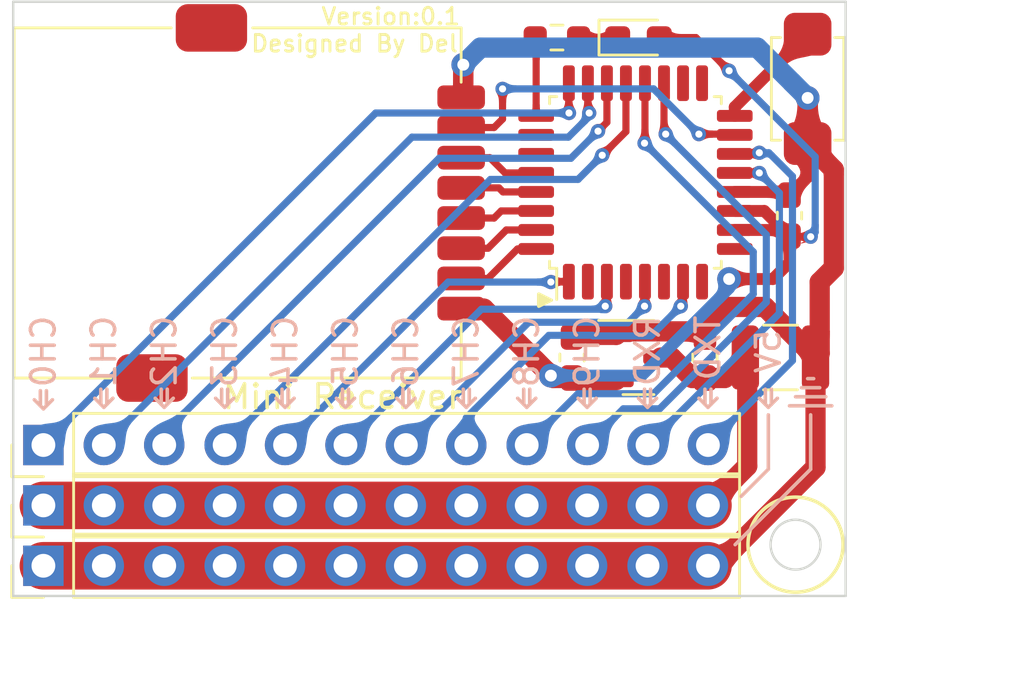
<source format=kicad_pcb>
(kicad_pcb (version 20211014) (generator pcbnew)
  (layers (0 "F.Cu" signal) (31 "B.Cu" signal) (34 "B.Paste" user) (35 "F.Paste" user) (36 "B.SilkS" user "B.Silkscreen") (37 "F.SilkS" user "F.Silkscreen") (38 "B.Mask" user) (39 "F.Mask" user) (44 "Edge.Cuts" user))
  (net 0 "")
  (net 1 "VCC")
  (net 2 "GND")
  (net 3 "+3V3")
  (net 4 "/PWM1")
  (net 5 "/PWM2")
  (net 6 "/PWM3")
  (net 7 "/PWM4")
  (net 8 "/PWM5")
  (net 9 "/PWM6")
  (net 10 "/PWM7")
  (net 11 "/PWM8")
  (net 12 "/TXD")
  (net 13 "/RXD")
  (net 14 "/KEY")
  (net 15 "/SCK")
  (net 16 "/IRQ")
  (net 17 "/CE")
  (net 18 "/CSN")
  (net 19 "/MISO")
  (net 20 "/MOSI")
  (net 21 "Net-(D1-Pad1)")
  (net 22 "/LED")
  (net 30 "/CH10")
  (net 31 "/CH11")
  (footprint "Package_TO_SOT_SMD:SOT-23" (layer "F.Cu") (at 120.269 110.617)
    (fp_text reference "U2" hide)
    (fp_text value "XC6206PxxxMR" hide)
  )
  (footprint "Resistor_SMD:R_0603_1608Metric_Pad0.98x0.95mm_HandSolder" (layer "F.Cu") (at 116.84 97.155 180)
    (fp_text reference "R1" hide)
    (fp_text value "2K" hide)
  )
  (footprint "Capacitor_SMD:C_0603_1608Metric_Pad1.08x0.95mm_HandSolder" (layer "F.Cu") (at 126.619 104.648 90)
    (fp_text reference "C4" hide)
    (fp_text value "100nF" hide)
  )
  (footprint "Capacitor_SMD:C_0603_1608Metric_Pad1.08x0.95mm_HandSolder" (layer "F.Cu") (at 123.063 110.617 90)
    (fp_text reference "C2" hide)
    (fp_text value "100nF" hide)
  )
  (footprint "Capacitor_SMD:C_1210_3225Metric" (layer "F.Cu") (at 126.238 110.617)
    (fp_text reference "C1" hide)
    (fp_text value "100uF" hide)
  )
  (footprint "Connector_PinHeader_2.54mm:PinHeader_1x12_P2.54mm_Vertical" (layer "F.Cu") (at 95.25 116.84 90)
    (fp_text reference "J2" hide)
    (fp_text value "Conn_01x12_Male" hide)
  )
  (footprint "Connector_PinHeader_2.54mm:PinHeader_1x12_P2.54mm_Vertical" (layer "F.Cu") (at 95.25 119.38 90)
    (fp_text reference "J3" hide)
    (fp_text value "Conn_01x12_Male" hide)
  )
  (footprint "Connector_PinHeader_2.54mm:PinHeader_1x12_P2.54mm_Vertical" (layer "F.Cu") (at 95.25 114.3 90)
    (fp_text reference "J1" hide)
    (fp_text value "Conn_01x12_Male" hide)
  )
  (footprint "Capacitor_SMD:C_0603_1608Metric_Pad1.08x0.95mm_HandSolder" (layer "F.Cu") (at 117.475 110.617 90)
    (fp_text reference "C3" hide)
    (fp_text value "10uF" hide)
  )
  (footprint "ADel:SW_3x4" (layer "F.Cu") (at 127.381 99.314 -90)
    (fp_text reference "SW1" hide)
    (fp_text value "KEY" hide)
  )
  (footprint "ADel:RF24_SMD" (layer "F.Cu") (at 112.814 104.1146 90)
    (fp_text reference "U3" hide)
    (fp_text value "RF24_SMD" hide)
  )
  (footprint "LED_SMD:LED_0603_1608Metric_Pad1.05x0.95mm_HandSolder" (layer "F.Cu") (at 120.269 97.155)
    (fp_text reference "D1" hide)
    (fp_text value "LED" hide)
  )
  (footprint "Package_QFP:LQFP-32_7x7mm_P0.8mm" (layer "F.Cu") (at 120.142 103.251 90)
    (fp_text reference "U1" hide)
    (fp_text value "STC8H1K28_LQFP32" hide)
  )
  (gr_line (start 102.997 111.9505) (end 102.997 112.5855) (layer "B.SilkS") (width 0.15))
  (gr_line (start 120.523 111.9505) (end 120.523 112.5855) (layer "B.SilkS") (width 0.15))
  (gr_line (start 115.697 111.9505) (end 115.697 112.5855) (layer "B.SilkS") (width 0.15))
  (gr_line (start 100.203 111.9505) (end 100.203 112.5855) (layer "B.SilkS") (width 0.15))
  (gr_line (start 95.25 112.776) (end 94.869 112.395) (layer "B.SilkS") (width 0.15))
  (gr_line (start 127.127 111.887) (end 127.889 111.887) (layer "B.SilkS") (width 0.15))
  (gr_line (start 115.443 111.9505) (end 115.443 112.5855) (layer "B.SilkS") (width 0.15))
  (gr_line (start 118.11 112.7125) (end 117.729 112.3315) (layer "B.SilkS") (width 0.15))
  (gr_line (start 95.377 112.014) (end 95.377 112.649) (layer "B.SilkS") (width 0.15))
  (gr_line (start 123.19 112.7125) (end 122.809 112.3315) (layer "B.SilkS") (width 0.15))
  (gr_line (start 95.123 112.014) (end 95.123 112.649) (layer "B.SilkS") (width 0.15))
  (gr_line (start 102.743 111.9505) (end 102.743 112.5855) (layer "B.SilkS") (width 0.15))
  (gr_line (start 125.73 112.7125) (end 125.349 112.3315) (layer "B.SilkS") (width 0.15))
  (gr_line (start 126.873 112.268) (end 128.143 112.268) (layer "B.SilkS") (width 0.15))
  (gr_line (start 124.333 118.491) (end 127.508 115.316) (layer "B.SilkS") (width 0.15))
  (gr_line (start 126.619 112.649) (end 128.397 112.649) (layer "B.SilkS") (width 0.15))
  (gr_line (start 120.65 112.7125) (end 121.031 112.3315) (layer "B.SilkS") (width 0.15))
  (gr_line (start 97.917 111.9505) (end 97.917 112.5855) (layer "B.SilkS") (width 0.15))
  (gr_line (start 110.49 112.7125) (end 110.871 112.3315) (layer "B.SilkS") (width 0.15))
  (gr_line (start 120.777 111.9505) (end 120.777 112.5855) (layer "B.SilkS") (width 0.15))
  (gr_line (start 124.587 116.459) (end 125.73 115.316) (layer "B.SilkS") (width 0.15))
  (gr_line (start 115.57 112.7125) (end 115.189 112.3315) (layer "B.SilkS") (width 0.15))
  (gr_line (start 97.663 111.9505) (end 97.663 112.5855) (layer "B.SilkS") (width 0.15))
  (gr_line (start 117.983 111.9505) (end 117.983 112.5855) (layer "B.SilkS") (width 0.15))
  (gr_line (start 102.87 112.7125) (end 102.489 112.3315) (layer "B.SilkS") (width 0.15))
  (gr_line (start 107.95 112.7125) (end 107.569 112.3315) (layer "B.SilkS") (width 0.15))
  (gr_line (start 118.11 112.7125) (end 118.491 112.3315) (layer "B.SilkS") (width 0.15))
  (gr_line (start 100.457 111.9505) (end 100.457 112.5855) (layer "B.SilkS") (width 0.15))
  (gr_line (start 95.25 112.776) (end 95.631 112.395) (layer "B.SilkS") (width 0.15))
  (gr_line (start 113.03 112.7125) (end 113.411 112.3315) (layer "B.SilkS") (width 0.15))
  (gr_line (start 105.41 112.7125) (end 105.791 112.3315) (layer "B.SilkS") (width 0.15))
  (gr_line (start 118.237 111.9505) (end 118.237 112.5855) (layer "B.SilkS") (width 0.15))
  (gr_line (start 125.603 111.9505) (end 125.603 112.5855) (layer "B.SilkS") (width 0.15))
  (gr_line (start 125.73 112.7125) (end 126.111 112.3315) (layer "B.SilkS") (width 0.15))
  (gr_line (start 110.49 112.7125) (end 110.109 112.3315) (layer "B.SilkS") (width 0.15))
  (gr_line (start 127.508 115.316) (end 127.508 113.03) (layer "B.SilkS") (width 0.15))
  (gr_line (start 110.363 111.9505) (end 110.363 112.5855) (layer "B.SilkS") (width 0.15))
  (gr_line (start 102.87 112.7125) (end 103.251 112.3315) (layer "B.SilkS") (width 0.15))
  (gr_line (start 125.857 111.9505) (end 125.857 112.5855) (layer "B.SilkS") (width 0.15))
  (gr_line (start 110.617 111.9505) (end 110.617 112.5855) (layer "B.SilkS") (width 0.15))
  (gr_line (start 127.381 111.506) (end 127.635 111.506) (layer "B.SilkS") (width 0.15))
  (gr_line (start 123.19 112.7125) (end 123.571 112.3315) (layer "B.SilkS") (width 0.15))
  (gr_line (start 123.063 111.9505) (end 123.063 112.5855) (layer "B.SilkS") (width 0.15))
  (gr_line (start 113.157 111.9505) (end 113.157 112.5855) (layer "B.SilkS") (width 0.15))
  (gr_line (start 100.33 112.7125) (end 99.949 112.3315) (layer "B.SilkS") (width 0.15))
  (gr_line (start 97.79 112.7125) (end 97.409 112.3315) (layer "B.SilkS") (width 0.15))
  (gr_line (start 108.077 111.9505) (end 108.077 112.5855) (layer "B.SilkS") (width 0.15))
  (gr_line (start 113.03 112.7125) (end 112.649 112.3315) (layer "B.SilkS") (width 0.15))
  (gr_line (start 107.823 111.9505) (end 107.823 112.5855) (layer "B.SilkS") (width 0.15))
  (gr_line (start 107.95 112.7125) (end 108.331 112.3315) (layer "B.SilkS") (width 0.15))
  (gr_line (start 112.903 111.9505) (end 112.903 112.5855) (layer "B.SilkS") (width 0.15))
  (gr_line (start 100.33 112.7125) (end 100.711 112.3315) (layer "B.SilkS") (width 0.15))
  (gr_line (start 125.73 115.316) (end 125.73 113.03) (layer "B.SilkS") (width 0.15))
  (gr_line (start 97.79 112.7125) (end 98.171 112.3315) (layer "B.SilkS") (width 0.15))
  (gr_line (start 115.57 112.7125) (end 115.951 112.3315) (layer "B.SilkS") (width 0.15))
  (gr_line (start 123.317 111.9505) (end 123.317 112.5855) (layer "B.SilkS") (width 0.15))
  (gr_line (start 105.537 111.9505) (end 105.537 112.5855) (layer "B.SilkS") (width 0.15))
  (gr_line (start 120.65 112.7125) (end 120.269 112.3315) (layer "B.SilkS") (width 0.15))
  (gr_line (start 105.283 111.9505) (end 105.283 112.5855) (layer "B.SilkS") (width 0.15))
  (gr_line (start 105.41 112.7125) (end 105.029 112.3315) (layer "B.SilkS") (width 0.15))
  (gr_circle (center 126.873 118.491) (end 128.873 118.491) (layer "F.SilkS") (width 0.15) (fill none))
  (gr_poly (pts (xy 116.078 108.458) (xy 116.078 107.95) (xy 116.586 108.204)) (layer "F.SilkS") (width 0.15) (fill solid))
  (gr_line (start 93.98 95.65) (end 93.98 120.65) (layer "Edge.Cuts") (width 0.1))
  (gr_line (start 93.98 120.65) (end 128.98 120.65) (layer "Edge.Cuts") (width 0.1))
  (gr_circle (center 126.873 118.491) (end 127.923 118.491) (layer "Edge.Cuts") (width 0.1) (fill none))
  (gr_line (start 128.98 95.65) (end 93.98 95.65) (layer "Edge.Cuts") (width 0.1))
  (gr_line (start 128.98 120.65) (end 128.98 95.65) (layer "Edge.Cuts") (width 0.1))
  (gr_text "5V" (at 125.73 110.363 90) (layer "B.SilkS") (effects (font (size 1 1)) (justify mirror)))
  (gr_text "CH9" (at 118.11 110.363 90) (layer "B.SilkS") (effects (font (size 1 1)) (justify mirror)))
  (gr_text "CH2" (at 100.33 110.363 90) (layer "B.SilkS") (effects (font (size 1 1)) (justify mirror)))
  (gr_text "CH6" (at 110.49 110.363 90) (layer "B.SilkS") (effects (font (size 1 1)) (justify mirror)))
  (gr_text "CH3" (at 102.87 110.363 90) (layer "B.SilkS") (effects (font (size 1 1)) (justify mirror)))
  (gr_text "CH7" (at 113.03 110.363 90) (layer "B.SilkS") (effects (font (size 1 1)) (justify mirror)))
  (gr_text "CH0" (at 95.25 110.363 90) (layer "B.SilkS") (effects (font (size 1 1)) (justify mirror)))
  (gr_text "CH5" (at 107.95 110.363 90) (layer "B.SilkS") (effects (font (size 1 1)) (justify mirror)))
  (gr_text "CH1" (at 97.79 110.363 90) (layer "B.SilkS") (effects (font (size 1 1)) (justify mirror)))
  (gr_text "CH4" (at 105.41 110.363 90) (layer "B.SilkS") (effects (font (size 1 1)) (justify mirror)))
  (gr_text "RXD" (at 120.65 110.339191 90) (layer "B.SilkS") (effects (font (size 1 1)) (justify mirror)))
  (gr_text "TXD" (at 123.19 110.220143 90) (layer "B.SilkS") (effects (font (size 1 1)) (justify mirror)))
  (gr_text "CH8" (at 115.57 110.363 90) (layer "B.SilkS") (effects (font (size 1 1)) (justify mirror)))
  (gr_text "Designed By Del" (at 108.331 97.409) (layer "F.SilkS") (effects (font (size 0.7 0.7) (thickness 0.12))))
  (gr_text "Version:0.1" (at 109.855 96.266) (layer "F.SilkS") (effects (font (size 0.7 0.7) (thickness 0.12))))
  (gr_text "Mini Receiver" (at 107.823 112.268) (layer "F.SilkS") (effects (font (size 1 1))))
  (segment (start 122.5285 111.4795) (end 121.666 110.617) (width 0.85) (layer "F.Cu") (net 1))
  (segment (start 123.19 116.84) (end 124.841 115.189) (width 0.85) (layer "F.Cu") (net 1))
  (segment (start 123.063 111.4795) (end 123.9005 111.4795) (width 0.85) (layer "F.Cu") (net 1))
  (segment (start 121.666 110.617) (end 121.2065 110.617) (width 0.85) (layer "F.Cu") (net 1))
  (segment (start 124.841 115.189) (end 124.841 110.695) (width 0.85) (layer "F.Cu") (net 1))
  (segment (start 95.25 116.84) (end 123.19 116.84) (width 2) (layer "F.Cu") (net 1))
  (segment (start 124.841 110.695) (end 124.763 110.617) (width 0.85) (layer "F.Cu") (net 1))
  (segment (start 123.063 111.4795) (end 122.5285 111.4795) (width 0.85) (layer "F.Cu") (net 1))
  (segment (start 123.9005 111.4795) (end 124.763 110.617) (width 0.85) (layer "F.Cu") (net 1))
  (segment (start 128.482511 106.848489) (end 128.482511 102.715511) (width 0.85) (layer "F.Cu") (net 2))
  (segment (start 123.19 119.38) (end 123.571 119.38) (width 0.85) (layer "F.Cu") (net 2))
  (segment (start 112.903 99.5806) (end 112.814 99.6696) (width 0.85) (layer "F.Cu") (net 2))
  (segment (start 117.5625 109.667) (end 117.475 109.7545) (width 0.85) (layer "F.Cu") (net 2))
  (segment (start 127.381 101.614) (end 127.381 103.0235) (width 0.5) (layer "F.Cu") (net 2))
  (segment (start 123.063 109.347) (end 123.920489 108.489511) (width 0.85) (layer "F.Cu") (net 2))
  (segment (start 122.82598 109.51748) (end 119.48102 109.51748) (width 0.85) (layer "F.Cu") (net 2))
  (segment (start 128.482511 102.715511) (end 127.381 101.614) (width 0.85) (layer "F.Cu") (net 2))
  (segment (start 127.713 115.238) (end 127.713 110.617) (width 0.85) (layer "F.Cu") (net 2))
  (segment (start 123.063 109.7545) (end 123.063 109.347) (width 0.85) (layer "F.Cu") (net 2))
  (segment (start 127.381 103.0235) (end 126.619 103.7855) (width 0.5) (layer "F.Cu") (net 2))
  (segment (start 123.063 109.7545) (end 122.82598 109.51748) (width 0.85) (layer "F.Cu") (net 2))
  (segment (start 123.920489 108.489511) (end 125.585511 108.489511) (width 0.85) (layer "F.Cu") (net 2))
  (segment (start 127.713 110.617) (end 127.889 110.441) (width 0.85) (layer "F.Cu") (net 2))
  (segment (start 127.381 101.614) (end 127.381 99.695) (width 0.85) (layer "F.Cu") (net 2))
  (segment (start 126.4845 103.651) (end 126.619 103.7855) (width 0.5) (layer "F.Cu") (net 2))
  (segment (start 119.48102 109.51748) (end 119.3315 109.667) (width 0.85) (layer "F.Cu") (net 2))
  (segment (start 127.889 110.441) (end 127.889 107.442) (width 0.85) (layer "F.Cu") (net 2))
  (segment (start 125.585511 108.489511) (end 127.713 110.617) (width 0.85) (layer "F.Cu") (net 2))
  (segment (start 95.25 119.38) (end 123.19 119.38) (width 2) (layer "F.Cu") (net 2))
  (segment (start 123.571 119.38) (end 127.713 115.238) (width 0.85) (layer "F.Cu") (net 2))
  (segment (start 124.317 103.651) (end 126.4845 103.651) (width 0.5) (layer "F.Cu") (net 2))
  (segment (start 112.903 98.298) (end 112.903 99.5806) (width 0.85) (layer "F.Cu") (net 2))
  (segment (start 119.3315 109.667) (end 117.5625 109.667) (width 0.85) (layer "F.Cu") (net 2))
  (segment (start 127.889 107.442) (end 128.482511 106.848489) (width 0.85) (layer "F.Cu") (net 2))
  (via (at 127.381 99.695) (size 1) (drill 0.5) (layers "F.Cu" "B.Cu") (net 2))
  (via (at 112.903 98.298) (size 1) (drill 0.5) (layers "F.Cu" "B.Cu") (net 2))
  (segment (start 113.623511 97.577489) (end 112.903 98.298) (width 0.85) (layer "B.Cu") (net 2))
  (segment (start 127.381 99.695) (end 125.263489 97.577489) (width 0.85) (layer "B.Cu") (net 2))
  (segment (start 125.263489 97.577489) (end 113.623511 97.577489) (width 0.85) (layer "B.Cu") (net 2))
  (segment (start 124.079 98.552) (end 122.682 97.155) (width 0.3) (layer "F.Cu") (net 3))
  (segment (start 119.3315 111.567) (end 117.5625 111.567) (width 0.85) (layer "F.Cu") (net 3))
  (segment (start 113.7666 108.5596) (end 112.814 108.5596) (width 0.85) (layer "F.Cu") (net 3))
  (segment (start 116.586 111.379) (end 113.7666 108.5596) (width 0.85) (layer "F.Cu") (net 3))
  (segment (start 124.317 105.251) (end 126.3595 105.251) (width 0.5) (layer "F.Cu") (net 3))
  (segment (start 126.3595 105.251) (end 126.619 105.5105) (width 0.5) (layer "F.Cu") (net 3))
  (segment (start 116.6865 111.4795) (end 116.586 111.379) (width 0.85) (layer "F.Cu") (net 3))
  (segment (start 125.5595 104.451) (end 126.619 105.5105) (width 0.5) (layer "F.Cu") (net 3))
  (segment (start 126.619 106.6165) (end 126.619 105.5105) (width 0.5) (layer "F.Cu") (net 3))
  (segment (start 117.5625 111.567) (end 117.475 111.4795) (width 0.85) (layer "F.Cu") (net 3))
  (segment (start 117.475 111.4795) (end 116.6865 111.4795) (width 0.85) (layer "F.Cu") (net 3))
  (segment (start 127.508 105.537) (end 126.6455 105.537) (width 0.3) (layer "F.Cu") (net 3))
  (segment (start 124.079 107.315) (end 125.9205 107.315) (width 0.5) (layer "F.Cu") (net 3))
  (segment (start 124.317 104.451) (end 125.5595 104.451) (width 0.5) (layer "F.Cu") (net 3))
  (segment (start 125.9205 107.315) (end 126.619 106.6165) (width 0.5) (layer "F.Cu") (net 3))
  (segment (start 126.6455 105.537) (end 126.619 105.5105) (width 0.3) (layer "F.Cu") (net 3))
  (segment (start 122.682 97.155) (end 121.144 97.155) (width 0.3) (layer "F.Cu") (net 3))
  (via (at 127.508 105.537) (size 0.6) (drill 0.3) (layers "F.Cu" "B.Cu") (net 3))
  (via (at 116.586 111.379) (size 1) (drill 0.5) (layers "F.Cu" "B.Cu") (net 3))
  (via (at 124.079 98.552) (size 0.6) (drill 0.3) (layers "F.Cu" "B.Cu") (net 3))
  (via (at 124.079 107.315) (size 1) (drill 0.5) (layers "F.Cu" "B.Cu") (net 3))
  (segment (start 120.396 111.379) (end 116.586 111.379) (width 0.5) (layer "B.Cu") (net 3))
  (segment (start 127.508 105.537) (end 127.6995 105.3455) (width 0.3) (layer "B.Cu") (net 3))
  (segment (start 127.6995 105.3455) (end 127.6995 102.1725) (width 0.3) (layer "B.Cu") (net 3))
  (segment (start 124.079 107.696) (end 120.396 111.379) (width 0.5) (layer "B.Cu") (net 3))
  (segment (start 127.6995 102.1725) (end 124.079 98.552) (width 0.3) (layer "B.Cu") (net 3))
  (segment (start 124.079 107.315) (end 124.079 107.696) (width 0.5) (layer "B.Cu") (net 3))
  (segment (start 116.602 107.426) (end 117.342 107.426) (width 0.3) (layer "F.Cu") (net 4))
  (segment (start 116.586 107.442) (end 116.602 107.426) (width 0.3) (layer "F.Cu") (net 4))
  (via (at 116.586 107.442) (size 0.6) (drill 0.3) (layers "F.Cu" "B.Cu") (net 4))
  (segment (start 112.268 107.442) (end 105.41 114.3) (width 0.3) (layer "B.Cu") (net 4))
  (segment (start 116.586 107.442) (end 112.268 107.442) (width 0.3) (layer "B.Cu") (net 4))
  (segment (start 118.872 108.458) (end 118.942 108.388) (width 0.3) (layer "F.Cu") (net 5))
  (segment (start 118.942 108.388) (end 118.942 107.426) (width 0.3) (layer "F.Cu") (net 5))
  (via (at 118.872 108.458) (size 0.6) (drill 0.3) (layers "F.Cu" "B.Cu") (net 5))
  (segment (start 118.745 108.585) (end 113.665 108.585) (width 0.3) (layer "B.Cu") (net 5))
  (segment (start 118.872 108.458) (end 118.745 108.585) (width 0.3) (layer "B.Cu") (net 5))
  (segment (start 113.665 108.585) (end 107.95 114.3) (width 0.3) (layer "B.Cu") (net 5))
  (segment (start 120.523 108.458) (end 120.542 108.439) (width 0.3) (layer "F.Cu") (net 6))
  (segment (start 120.542 108.439) (end 120.542 107.426) (width 0.3) (layer "F.Cu") (net 6))
  (via (at 120.523 108.458) (size 0.6) (drill 0.3) (layers "F.Cu" "B.Cu") (net 6))
  (segment (start 119.823489 109.157511) (end 118.582252 109.157511) (width 0.3) (layer "B.Cu") (net 6))
  (segment (start 118.582252 109.157511) (end 118.559261 109.13452) (width 0.3) (layer "B.Cu") (net 6))
  (segment (start 115.65548 109.13452) (end 110.49 114.3) (width 0.3) (layer "B.Cu") (net 6))
  (segment (start 118.559261 109.13452) (end 115.65548 109.13452) (width 0.3) (layer "B.Cu") (net 6))
  (segment (start 120.523 108.458) (end 119.823489 109.157511) (width 0.3) (layer "B.Cu") (net 6))
  (segment (start 122.142 108.363) (end 122.142 107.426) (width 0.3) (layer "F.Cu") (net 7))
  (segment (start 122.047 108.458) (end 122.142 108.363) (width 0.3) (layer "F.Cu") (net 7))
  (via (at 122.047 108.458) (size 0.6) (drill 0.3) (layers "F.Cu" "B.Cu") (net 7))
  (segment (start 118.354634 109.707031) (end 118.331643 109.68404) (width 0.3) (layer "B.Cu") (net 7))
  (segment (start 116.50296 109.68404) (end 113.03 113.157) (width 0.3) (layer "B.Cu") (net 7))
  (segment (start 118.331643 109.68404) (end 116.50296 109.68404) (width 0.3) (layer "B.Cu") (net 7))
  (segment (start 113.03 113.157) (end 113.03 114.3) (width 0.3) (layer "B.Cu") (net 7))
  (segment (start 122.047 108.458) (end 120.797969 109.707031) (width 0.3) (layer "B.Cu") (net 7))
  (segment (start 120.797969 109.707031) (end 118.354634 109.707031) (width 0.3) (layer "B.Cu") (net 7))
  (segment (start 119.742 101.111) (end 118.745 102.108) (width 0.3) (layer "F.Cu") (net 8))
  (segment (start 119.742 99.076) (end 119.742 101.111) (width 0.3) (layer "F.Cu") (net 8))
  (via (at 118.745 102.108) (size 0.6) (drill 0.3) (layers "F.Cu" "B.Cu") (net 8))
  (segment (start 118.745 102.108) (end 117.729 103.124) (width 0.3) (layer "B.Cu") (net 8))
  (segment (start 117.729 103.124) (end 114.046 103.124) (width 0.3) (layer "B.Cu") (net 8))
  (segment (start 114.046 103.124) (end 102.87 114.3) (width 0.3) (layer "B.Cu") (net 8))
  (segment (start 118.942 100.721119) (end 118.569297 101.093822) (width 0.3) (layer "F.Cu") (net 9))
  (segment (start 118.942 99.076) (end 118.942 100.721119) (width 0.3) (layer "F.Cu") (net 9))
  (via (at 118.569297 101.093822) (size 0.6) (drill 0.3) (layers "F.Cu" "B.Cu") (net 9))
  (segment (start 118.569297 101.093822) (end 117.428119 102.235) (width 0.3) (layer "B.Cu") (net 9))
  (segment (start 117.428119 102.235) (end 111.887 102.235) (width 0.3) (layer "B.Cu") (net 9))
  (segment (start 111.887 102.235) (end 100.33 113.792) (width 0.3) (layer "B.Cu") (net 9))
  (segment (start 100.33 113.792) (end 100.33 114.3) (width 0.3) (layer "B.Cu") (net 9))
  (segment (start 118.142 100.274497) (end 118.197503 100.33) (width 0.3) (layer "F.Cu") (net 10))
  (segment (start 118.142 99.076) (end 118.142 100.274497) (width 0.3) (layer "F.Cu") (net 10))
  (via (at 118.197503 100.33) (size 0.6) (drill 0.3) (layers "F.Cu" "B.Cu") (net 10))
  (segment (start 110.744 101.346) (end 97.79 114.3) (width 0.3) (layer "B.Cu") (net 10))
  (segment (start 117.321259 101.346) (end 110.744 101.346) (width 0.3) (layer "B.Cu") (net 10))
  (segment (start 118.197503 100.33) (end 118.197503 100.469756) (width 0.3) (layer "B.Cu") (net 10))
  (segment (start 118.197503 100.469756) (end 117.321259 101.346) (width 0.3) (layer "B.Cu") (net 10))
  (segment (start 117.342 99.076) (end 117.342 100.324) (width 0.3) (layer "F.Cu") (net 11))
  (segment (start 117.342 100.324) (end 117.348 100.33) (width 0.3) (layer "F.Cu") (net 11))
  (via (at 117.348 100.33) (size 0.6) (drill 0.3) (layers "F.Cu" "B.Cu") (net 11))
  (segment (start 117.348 100.33) (end 109.22 100.33) (width 0.3) (layer "B.Cu") (net 11))
  (segment (start 109.22 100.33) (end 95.25 114.3) (width 0.3) (layer "B.Cu") (net 11))
  (segment (start 125.299997 102.051) (end 124.317 102.051) (width 0.3) (layer "F.Cu") (net 12))
  (segment (start 125.349 102.001997) (end 125.299997 102.051) (width 0.3) (layer "F.Cu") (net 12))
  (via (at 125.349 102.001997) (size 0.6) (drill 0.3) (layers "F.Cu" "B.Cu") (net 12))
  (segment (start 126.74356 102.99456) (end 126.74356 110.74644) (width 0.3) (layer "B.Cu") (net 12))
  (segment (start 126.74356 110.74644) (end 123.19 114.3) (width 0.3) (layer "B.Cu") (net 12))
  (segment (start 125.349 102.001997) (end 125.750997 102.001997) (width 0.3) (layer "B.Cu") (net 12))
  (segment (start 125.750997 102.001997) (end 126.74356 102.99456) (width 0.3) (layer "B.Cu") (net 12))
  (segment (start 125.3485 102.851) (end 124.317 102.851) (width 0.3) (layer "F.Cu") (net 13))
  (segment (start 125.349 102.8515) (end 125.3485 102.851) (width 0.3) (layer "F.Cu") (net 13))
  (via (at 125.349 102.8515) (size 0.6) (drill 0.3) (layers "F.Cu" "B.Cu") (net 13))
  (segment (start 126.19404 103.69654) (end 126.19404 108.75596) (width 0.3) (layer "B.Cu") (net 13))
  (segment (start 126.19404 108.75596) (end 120.65 114.3) (width 0.3) (layer "B.Cu") (net 13))
  (segment (start 125.349 102.8515) (end 126.19404 103.69654) (width 0.3) (layer "B.Cu") (net 13))
  (segment (start 124.317 100.451) (end 124.317 100.078) (width 0.5) (layer "F.Cu") (net 14))
  (segment (start 124.317 100.078) (end 127.381 97.014) (width 0.5) (layer "F.Cu") (net 14))
  (segment (start 112.814 104.7496) (end 114.1984 104.7496) (width 0.3) (layer "F.Cu") (net 15))
  (segment (start 114.1984 104.7496) (end 114.497 104.451) (width 0.3) (layer "F.Cu") (net 15))
  (segment (start 114.497 104.451) (end 115.967 104.451) (width 0.3) (layer "F.Cu") (net 15))
  (segment (start 114.554 100.584) (end 114.1984 100.9396) (width 0.3) (layer "F.Cu") (net 16))
  (segment (start 114.1984 100.9396) (end 112.814 100.9396) (width 0.3) (layer "F.Cu") (net 16))
  (segment (start 114.554 99.314) (end 114.554 100.584) (width 0.3) (layer "F.Cu") (net 16))
  (segment (start 122.809 101.219) (end 124.285 101.219) (width 0.3) (layer "F.Cu") (net 16))
  (segment (start 124.285 101.219) (end 124.317 101.251) (width 0.3) (layer "F.Cu") (net 16))
  (via (at 122.809 101.219) (size 0.6) (drill 0.3) (layers "F.Cu" "B.Cu") (net 16))
  (via (at 114.554 99.314) (size 0.6) (drill 0.3) (layers "F.Cu" "B.Cu") (net 16))
  (segment (start 114.554 99.314) (end 120.904 99.314) (width 0.3) (layer "B.Cu") (net 16))
  (segment (start 120.904 99.314) (end 122.809 101.219) (width 0.3) (layer "B.Cu") (net 16))
  (segment (start 113.9444 107.2896) (end 115.183 106.051) (width 0.3) (layer "F.Cu") (net 17))
  (segment (start 115.183 106.051) (end 115.967 106.051) (width 0.3) (layer "F.Cu") (net 17))
  (segment (start 112.814 107.2896) (end 113.9444 107.2896) (width 0.3) (layer "F.Cu") (net 17))
  (segment (start 113.9444 106.0196) (end 114.713 105.251) (width 0.3) (layer "F.Cu") (net 18))
  (segment (start 114.713 105.251) (end 115.967 105.251) (width 0.3) (layer "F.Cu") (net 18))
  (segment (start 112.814 106.0196) (end 113.9444 106.0196) (width 0.3) (layer "F.Cu") (net 18))
  (segment (start 114.662 102.851) (end 115.967 102.851) (width 0.3) (layer "F.Cu") (net 19))
  (segment (start 114.0206 102.2096) (end 114.662 102.851) (width 0.3) (layer "F.Cu") (net 19))
  (segment (start 112.814 102.2096) (end 114.0206 102.2096) (width 0.3) (layer "F.Cu") (net 19))
  (segment (start 112.814 103.4796) (end 114.4016 103.4796) (width 0.3) (layer "F.Cu") (net 20))
  (segment (start 114.573 103.651) (end 115.967 103.651) (width 0.3) (layer "F.Cu") (net 20))
  (segment (start 114.4016 103.4796) (end 114.573 103.651) (width 0.3) (layer "F.Cu") (net 20))
  (segment (start 117.7525 97.155) (end 119.394 97.155) (width 0.3) (layer "F.Cu") (net 21))
  (segment (start 115.967 100.451) (end 115.967 97.1945) (width 0.3) (layer "F.Cu") (net 22))
  (segment (start 115.967 97.1945) (end 115.9275 97.155) (width 0.3) (layer "F.Cu") (net 22))
  (segment (start 120.542 101.581) (end 120.523 101.6) (width 0.3) (layer "F.Cu") (net 30))
  (segment (start 120.542 99.076) (end 120.542 101.581) (width 0.3) (layer "F.Cu") (net 30))
  (via (at 120.523 101.6) (size 0.6) (drill 0.3) (layers "F.Cu" "B.Cu") (net 30))
  (segment (start 125.095 107.95) (end 120.904 112.141) (width 0.3) (layer "B.Cu") (net 30))
  (segment (start 120.523 101.6) (end 125.095 106.172) (width 0.3) (layer "B.Cu") (net 30))
  (segment (start 117.729 112.141) (end 115.57 114.3) (width 0.3) (layer "B.Cu") (net 30))
  (segment (start 125.095 106.172) (end 125.095 107.95) (width 0.3) (layer "B.Cu") (net 30))
  (segment (start 120.904 112.141) (end 117.729 112.141) (width 0.3) (layer "B.Cu") (net 30))
  (segment (start 121.342 101.149) (end 121.412 101.219) (width 0.3) (layer "F.Cu") (net 31))
  (segment (start 121.342 99.076) (end 121.342 101.149) (width 0.3) (layer "F.Cu") (net 31))
  (via (at 121.412 101.219) (size 0.6) (drill 0.3) (layers "F.Cu" "B.Cu") (net 31))
  (segment (start 125.64452 108.28948) (end 121.158 112.776) (width 0.3) (layer "B.Cu") (net 31))
  (segment (start 121.158 112.776) (end 119.634 112.776) (width 0.3) (layer "B.Cu") (net 31))
  (segment (start 125.64452 105.45152) (end 125.64452 108.28948) (width 0.3) (layer "B.Cu") (net 31))
  (segment (start 119.634 112.776) (end 118.11 114.3) (width 0.3) (layer "B.Cu") (net 31))
  (segment (start 121.412 101.219) (end 125.64452 105.45152) (width 0.3) (layer "B.Cu") (net 31))
  (zone (net 19) (net_name "/MISO") (layer "F.Cu") (priority 16962) (connect_pads yes (clearance 0)) (min_thickness 0.0254) (fill yes (thermal_gap 0.508) (thermal_bridge_width 0.508))
    (polygon (pts (xy 113.804 102.0596) (xy 113.69037 102.055377) (xy 113.595344 102.043254) (xy 113.514979 102.024044) (xy 113.445336 101.998563) (xy 113.382473 101.967624) (xy 113.32245 101.932044) (xy 113.261327 101.892637) (xy 113.195161 101.850217) (xy 113.120014 101.8056) (xy 113.031944 101.7596) (xy 112.564 102.2096) (xy 113.031944 102.6596) (xy 113.120014 102.613599) (xy 113.195161 102.568982) (xy 113.261327 102.526562) (xy 113.32245 102.487155) (xy 113.382473 102.451575) (xy 113.445336 102.420636) (xy 113.514979 102.395155) (xy 113.595344 102.375945) (xy 113.69037 102.363822) (xy 113.804 102.3596)))
  )
  (zone (net 3) (net_name "+3V3") (layer "F.Cu") (priority 16962) (connect_pads yes (clearance 0)) (min_thickness 0.0254) (fill yes (thermal_gap 0.508) (thermal_bridge_width 0.508))
    (polygon (pts (xy 126.918 105.687) (xy 126.983915 105.688125) (xy 127.040489 105.691535) (xy 127.08956 105.697278) (xy 127.132963 105.705405) (xy 127.172536 105.715965) (xy 127.210115 105.729008) (xy 127.247538 105.744583) (xy 127.28664 105.76274) (xy 127.32926 105.783529) (xy 127.377234 105.807) (xy 127.658 105.537) (xy 127.377234 105.267) (xy 127.32926 105.29047) (xy 127.28664 105.311259) (xy 127.247538 105.329416) (xy 127.210115 105.344991) (xy 127.172536 105.358034) (xy 127.132963 105.368594) (xy 127.08956 105.376721) (xy 127.040489 105.382464) (xy 126.983915 105.385874) (xy 126.918 105.387)))
  )
  (zone (net 3) (net_name "+3V3") (layer "F.Cu") (priority 16962) (connect_pads yes (clearance 0)) (min_thickness 0.0254) (fill yes (thermal_gap 0.508) (thermal_bridge_width 0.508))
    (polygon (pts (xy 126.869 106.4555) (xy 126.870446 106.349893) (xy 126.874932 106.258891) (xy 126.882675 106.179667) (xy 126.893896 106.109396) (xy 126.908813 106.045252) (xy 126.927644 105.98441) (xy 126.95061 105.924044) (xy 126.977928 105.861328) (xy 127.009819 105.793438) (xy 127.0465 105.717547) (xy 126.619 105.273) (xy 126.1915 105.717547) (xy 126.22818 105.793438) (xy 126.260071 105.861328) (xy 126.287389 105.924044) (xy 126.310355 105.98441) (xy 126.329186 106.045252) (xy 126.344103 106.109396) (xy 126.355324 106.179667) (xy 126.363067 106.258891) (xy 126.367553 106.349893) (xy 126.369 106.4555)))
  )
  (zone (net 20) (net_name "/MOSI") (layer "F.Cu") (priority 16962) (connect_pads yes (clearance 0)) (min_thickness 0.0254) (fill yes (thermal_gap 0.508) (thermal_bridge_width 0.508))
    (polygon (pts (xy 115.477 103.801) (xy 115.531313 103.801386) (xy 115.578605 103.802706) (xy 115.620159 103.805202) (xy 115.657256 103.809118) (xy 115.691178 103.814696) (xy 115.723207 103.822177) (xy 115.754624 103.831806) (xy 115.786712 103.843824) (xy 115.820753 103.858475) (xy 115.858028 103.876) (xy 116.092 103.651) (xy 115.858028 103.426) (xy 115.820753 103.443524) (xy 115.786712 103.458175) (xy 115.754624 103.470193) (xy 115.723207 103.479822) (xy 115.691178 103.487303) (xy 115.657256 103.492881) (xy 115.620159 103.496797) (xy 115.578605 103.499293) (xy 115.531313 103.500613) (xy 115.477 103.501)))
  )
  (zone (net 3) (net_name "+3V3") (layer "F.Cu") (priority 16962) (connect_pads yes (clearance 0)) (min_thickness 0.0254) (fill yes (thermal_gap 0.508) (thermal_bridge_width 0.508))
    (polygon (pts (xy 125.774008 105.019061) (xy 125.847659 105.094758) (xy 125.908836 105.162278) (xy 125.95938 105.223773) (xy 126.001135 105.281397) (xy 126.035944 105.337301) (xy 126.06565 105.393639) (xy 126.092096 105.452563) (xy 126.117126 105.516227) (xy 126.142582 105.586782) (xy 126.170308 105.666383) (xy 126.786937 105.678437) (xy 126.774883 105.061808) (xy 126.695282 105.034082) (xy 126.624727 105.008626) (xy 126.561063 104.983596) (xy 126.502139 104.95715) (xy 126.445801 104.927444) (xy 126.389897 104.892635) (xy 126.332273 104.85088) (xy 126.270778 104.800336) (xy 126.203258 104.739159) (xy 126.127561 104.665508)))
  )
  (zone (net 16) (net_name "/IRQ") (layer "F.Cu") (priority 16962) (connect_pads yes (clearance 0)) (min_thickness 0.0254) (fill yes (thermal_gap 0.508) (thermal_bridge_width 0.508))
    (polygon (pts (xy 123.815 101.369) (xy 123.867822 101.369479) (xy 123.914 101.371109) (xy 123.95467 101.374182) (xy 123.990967 101.378988) (xy 124.024028 101.385817) (xy 124.054989 101.39496) (xy 124.084985 101.406707) (xy 124.115154 101.421349) (xy 124.146631 101.439177) (xy 124.180552 101.46048) (xy 124.441004 101.266746) (xy 124.23724 101.014065) (xy 124.194392 101.027982) (xy 124.155654 101.03934) (xy 124.119537 101.048396) (xy 124.084552 101.055409) (xy 124.049208 101.060635) (xy 124.012017 101.064334) (xy 123.971491 101.066762) (xy 123.926138 101.068177) (xy 123.874471 101.068837) (xy 123.815 101.069)))
  )
  (zone (net 12) (net_name "/TXD") (layer "F.Cu") (priority 16962) (connect_pads yes (clearance 0)) (min_thickness 0.0254) (fill yes (thermal_gap 0.508) (thermal_bridge_width 0.508))
    (polygon (pts (xy 124.749997 102.201) (xy 124.822309 102.201878) (xy 124.884299 102.204517) (xy 124.938092 102.208921) (xy 124.985813 102.215096) (xy 125.029587 102.223045) (xy 125.071539 102.232775) (xy 125.113794 102.244289) (xy 125.158475 102.257593) (xy 125.20771 102.272692) (xy 125.263622 102.289591) (xy 125.497025 101.977738) (xy 125.176288 101.756701) (xy 125.134659 101.785925) (xy 125.097033 101.811505) (xy 125.061826 101.833574) (xy 125.027452 101.852266) (xy 124.992329 101.867715) (xy 124.95487 101.880054) (xy 124.913492 101.889419) (xy 124.86661 101.895942) (xy 124.81264 101.899757) (xy 124.749997 101.901)))
  )
  (zone (net 3) (net_name "+3V3") (layer "F.Cu") (priority 16962) (connect_pads yes (clearance 0)) (min_thickness 0.0254) (fill yes (thermal_gap 0.508) (thermal_bridge_width 0.508))
    (polygon (pts (xy 117.847291 111.250751) (xy 117.744497 111.167065) (xy 117.636489 111.110922) (xy 117.526225 111.077091) (xy 117.416661 111.060338) (xy 117.310754 111.055431) (xy 117.211459 111.057137) (xy 117.121736 111.060224) (xy 117.044539 111.05946) (xy 116.982825 111.049611) (xy 116.939553 111.025447) (xy 116.341088 111.32882) (xy 116.709183 111.863588) (xy 116.740178 111.852769) (xy 116.780125 111.835657) (xy 116.82756 111.815415) (xy 116.881017 111.795207) (xy 116.939033 111.778194) (xy 117.000144 111.767541) (xy 117.062886 111.766411) (xy 117.125793 111.777967) (xy 117.187403 111.805373) (xy 117.246251 111.851791)))
  )
  (zone (net 18) (net_name "/CSN") (layer "F.Cu") (priority 16962) (connect_pads yes (clearance 0)) (min_thickness 0.0254) (fill yes (thermal_gap 0.508) (thermal_bridge_width 0.508))
    (polygon (pts (xy 113.804 105.8696) (xy 113.69037 105.865377) (xy 113.595344 105.853254) (xy 113.514979 105.834044) (xy 113.445336 105.808563) (xy 113.382473 105.777624) (xy 113.32245 105.742044) (xy 113.261327 105.702637) (xy 113.195161 105.660217) (xy 113.120014 105.6156) (xy 113.031944 105.5696) (xy 112.564 106.0196) (xy 113.031944 106.4696) (xy 113.120014 106.423599) (xy 113.195161 106.378982) (xy 113.261327 106.336562) (xy 113.32245 106.297155) (xy 113.382473 106.261575) (xy 113.445336 106.230636) (xy 113.514979 106.205155) (xy 113.595344 106.185945) (xy 113.69037 106.173822) (xy 113.804 106.1696)))
  )
  (zone (net 1) (net_name "VCC") (layer "F.Cu") (priority 16962) (connect_pads yes (clearance 0)) (min_thickness 0.0254) (fill yes (thermal_gap 0.508) (thermal_bridge_width 0.508))
    (polygon (pts (xy 125.266 111.77) (xy 125.264685 111.632007) (xy 125.261519 111.508979) (xy 125.257666 111.39869) (xy 125.254292 111.29891) (xy 125.252563 111.207413) (xy 125.253643 111.121969) (xy 125.258699 111.040351) (xy 125.268894 110.960332) (xy 125.285396 110.879682) (xy 125.30937 110.796176) (xy 124.724551 110.332083) (xy 124.283668 110.934593) (xy 124.322376 110.999395) (xy 124.352744 111.064359) (xy 124.375776 111.130986) (xy 124.392477 111.200776) (xy 124.403851 111.275231) (xy 124.410904 111.355851) (xy 124.414641 111.444137) (xy 124.416065 111.54159) (xy 124.416183 111.649711) (xy 124.416 111.77)))
  )
  (zone (net 13) (net_name "/RXD") (layer "F.Cu") (priority 16962) (connect_pads yes (clearance 0)) (min_thickness 0.0254) (fill yes (thermal_gap 0.508) (thermal_bridge_width 0.508))
    (polygon (pts (xy 124.807 102.701) (xy 124.752686 102.700613) (xy 124.705394 102.699293) (xy 124.66384 102.696797) (xy 124.626743 102.692881) (xy 124.592821 102.687303) (xy 124.560792 102.679822) (xy 124.529375 102.670193) (xy 124.497287 102.658175) (xy 124.463246 102.643524) (xy 124.425972 102.626) (xy 124.192 102.851) (xy 124.425972 103.076) (xy 124.463246 103.058475) (xy 124.497287 103.043824) (xy 124.529375 103.031806) (xy 124.560792 103.022177) (xy 124.592821 103.014696) (xy 124.626743 103.009118) (xy 124.66384 103.005202) (xy 124.705394 103.002706) (xy 124.752686 103.001386) (xy 124.807 103.001)))
  )
  (zone (net 2) (net_name "GND") (layer "F.Cu") (priority 16962) (connect_pads yes (clearance 0)) (min_thickness 0.0254) (fill yes (thermal_gap 0.508) (thermal_bridge_width 0.508))
    (polygon (pts (xy 112.478 98.6706) (xy 112.477947 98.773885) (xy 112.477509 98.870868) (xy 112.47626 98.961183) (xy 112.473778 99.044465) (xy 112.469639 99.120349) (xy 112.463419 99.188471) (xy 112.454694 99.248464) (xy 112.443042 99.299965) (xy 112.428038 99.342608) (xy 112.40926 99.376028) (xy 112.770104 99.915716) (xy 113.295276 99.534055) (xy 113.286705 99.487858) (xy 113.283687 99.432501) (xy 113.285127 99.368072) (xy 113.289929 99.294661) (xy 113.296997 99.212359) (xy 113.305237 99.121253) (xy 113.313552 99.021435) (xy 113.320848 98.912994) (xy 113.326029 98.796019) (xy 113.328 98.6706)))
  )
  (zone (net 10) (net_name "/PWM7") (layer "F.Cu") (priority 16962) (connect_pads yes (clearance 0)) (min_thickness 0.0254) (fill yes (thermal_gap 0.508) (thermal_bridge_width 0.508))
    (polygon (pts (xy 117.992 99.734497) (xy 117.991131 99.807129) (xy 117.988537 99.869376) (xy 117.984238 99.923387) (xy 117.978252 99.97131) (xy 117.9706 100.015293) (xy 117.961299 100.057486) (xy 117.95037 100.100037) (xy 117.937832 100.145094) (xy 117.923703 100.194806) (xy 117.908004 100.251322) (xy 118.225192 100.477422) (xy 118.438723 100.15164) (xy 118.40906 100.111369) (xy 118.383082 100.074869) (xy 118.360655 100.040604) (xy 118.341647 100.007041) (xy 118.325926 99.972646) (xy 118.31336 99.935885) (xy 118.303816 99.895223) (xy 118.297163 99.849127) (xy 118.293268 99.796063) (xy 118.292 99.734497)))
  )
  (zone (net 13) (net_name "/RXD") (layer "F.Cu") (priority 16962) (connect_pads yes (clearance 0)) (min_thickness 0.0254) (fill yes (thermal_gap 0.508) (thermal_bridge_width 0.508))
    (polygon (pts (xy 124.7585 103.001) (xy 124.824431 103.002124) (xy 124.881023 103.005533) (xy 124.93011 103.011278) (xy 124.973528 103.019412) (xy 125.013112 103.029985) (xy 125.050698 103.043051) (xy 125.088122 103.05866) (xy 125.127217 103.076866) (xy 125.169821 103.09772) (xy 125.217769 103.121274) (xy 125.498999 102.851758) (xy 125.218698 102.581276) (xy 125.170599 102.604703) (xy 125.127872 102.625451) (xy 125.088675 102.643569) (xy 125.051168 102.659108) (xy 125.01351 102.672118) (xy 124.973858 102.68265) (xy 124.930373 102.690753) (xy 124.881212 102.696479) (xy 124.824534 102.699878) (xy 124.7585 102.701)))
  )
  (zone (net 1) (net_name "VCC") (layer "F.Cu") (priority 16962) (connect_pads yes (clearance 0)) (min_thickness 0.0254) (fill yes (thermal_gap 0.508) (thermal_bridge_width 0.508))
    (polygon (pts (xy 124.253884 111.727156) (xy 124.343599 111.636488) (xy 124.423386 111.554851) (xy 124.495307 111.481688) (xy 124.561423 111.416444) (xy 124.623796 111.358563) (xy 124.68449 111.307489) (xy 124.745564 111.262667) (xy 124.809083 111.223541) (xy 124.877107 111.189555) (xy 124.9517 111.160154) (xy 124.966293 110.413707) (xy 124.219846 110.4283) (xy 124.190444 110.502892) (xy 124.156458 110.570916) (xy 124.117332 110.634435) (xy 124.07251 110.695509) (xy 124.021436 110.756203) (xy 123.963555 110.818576) (xy 123.898311 110.884692) (xy 123.825148 110.956613) (xy 123.743511 111.0364) (xy 123.652844 111.126116)))
  )
  (zone (net 3) (net_name "+3V3") (layer "F.Cu") (priority 16962) (connect_pads yes (clearance 0)) (min_thickness 0.0254) (fill yes (thermal_gap 0.508) (thermal_bridge_width 0.508))
    (polygon (pts (xy 114.100637 108.292597) (xy 113.996983 108.212646) (xy 113.886974 108.166974) (xy 113.773855 108.148666) (xy 113.66087 108.15081) (xy 113.551267 108.166494) (xy 113.448289 108.188803) (xy 113.355184 108.210826) (xy 113.275195 108.22565) (xy 113.21157 108.226361) (xy 113.167553 108.206047) (xy 112.564 108.5596) (xy 113.031944 109.0096) (xy 113.058001 108.993247) (xy 113.091979 108.967745) (xy 113.132633 108.936919) (xy 113.178719 108.904599) (xy 113.228992 108.874611) (xy 113.282207 108.850784) (xy 113.33712 108.836946) (xy 113.392485 108.836923) (xy 113.447059 108.854544) (xy 113.499597 108.893637)))
  )
  (zone (net 3) (net_name "+3V3") (layer "F.Cu") (priority 16962) (connect_pads yes (clearance 0)) (min_thickness 0.0254) (fill yes (thermal_gap 0.508) (thermal_bridge_width 0.508))
    (polygon (pts (xy 125.7445 105.501) (xy 125.819434 105.503287) (xy 125.885077 105.510268) (xy 125.94257 105.522118) (xy 125.99305 105.539013) (xy 126.037658 105.561131) (xy 126.077533 105.588647) (xy 126.113815 105.621738) (xy 126.147643 105.660579) (xy 126.180157 105.705348) (xy 126.212496 105.756221) (xy 126.81817 105.639873) (xy 126.619 105.0355) (xy 126.522442 105.034534) (xy 126.4375 105.031912) (xy 126.360574 105.028047) (xy 126.288071 105.023356) (xy 126.216392 105.01825) (xy 126.141942 105.013144) (xy 126.061124 105.008452) (xy 125.970342 105.004588) (xy 125.865999 105.001966) (xy 125.7445 105.001)))
  )
  (zone (net 20) (net_name "/MOSI") (layer "F.Cu") (priority 16962) (connect_pads yes (clearance 0)) (min_thickness 0.0254) (fill yes (thermal_gap 0.508) (thermal_bridge_width 0.508))
    (polygon (pts (xy 113.804 103.3296) (xy 113.69037 103.325377) (xy 113.595344 103.313254) (xy 113.514979 103.294044) (xy 113.445336 103.268563) (xy 113.382473 103.237624) (xy 113.32245 103.202044) (xy 113.261327 103.162637) (xy 113.195161 103.120217) (xy 113.120014 103.0756) (xy 113.031944 103.0296) (xy 112.564 103.4796) (xy 113.031944 103.9296) (xy 113.120014 103.883599) (xy 113.195161 103.838982) (xy 113.261327 103.796562) (xy 113.32245 103.757155) (xy 113.382473 103.721575) (xy 113.445336 103.690636) (xy 113.514979 103.665155) (xy 113.595344 103.645945) (xy 113.69037 103.633822) (xy 113.804 103.6296)))
  )
  (zone (net 3) (net_name "+3V3") (layer "F.Cu") (priority 16962) (connect_pads yes (clearance 0)) (min_thickness 0.0254) (fill yes (thermal_gap 0.508) (thermal_bridge_width 0.508))
    (polygon (pts (xy 123.555742 98.240874) (xy 123.601555 98.288278) (xy 123.639148 98.330693) (xy 123.669784 98.369452) (xy 123.694728 98.405889) (xy 123.715243 98.441338) (xy 123.732593 98.477133) (xy 123.748041 98.514608) (xy 123.762852 98.555097) (xy 123.778288 98.599933) (xy 123.795615 98.650452) (xy 124.185066 98.658066) (xy 124.177452 98.268615) (xy 124.126933 98.251288) (xy 124.082097 98.235852) (xy 124.041608 98.221041) (xy 124.004133 98.205593) (xy 123.968338 98.188243) (xy 123.932889 98.167728) (xy 123.896452 98.142784) (xy 123.857693 98.112148) (xy 123.815278 98.074555) (xy 123.767874 98.028742)))
  )
  (zone (net 2) (net_name "GND") (layer "F.Cu") (priority 16962) (connect_pads yes (clearance 0)) (min_thickness 0.0254) (fill yes (thermal_gap 0.508) (thermal_bridge_width 0.508))
    (polygon (pts (xy 126.956 99.824) (xy 126.952134 100.025003) (xy 126.940545 100.196951) (xy 126.921242 100.345634) (xy 126.894236 100.476849) (xy 126.859537 100.596386) (xy 126.817154 100.710041) (xy 126.767099 100.823607) (xy 126.709381 100.942876) (xy 126.644012 101.073642) (xy 126.571 101.2217) (xy 127.381 102.064) (xy 128.191 101.2217) (xy 128.117987 101.073642) (xy 128.052618 100.942876) (xy 127.9949 100.823607) (xy 127.944845 100.710041) (xy 127.902462 100.596386) (xy 127.867763 100.476849) (xy 127.840757 100.345634) (xy 127.821454 100.196951) (xy 127.809865 100.025003) (xy 127.806 99.824)))
  )
  (zone (net 18) (net_name "/CSN") (layer "F.Cu") (priority 16962) (connect_pads yes (clearance 0)) (min_thickness 0.0254) (fill yes (thermal_gap 0.508) (thermal_bridge_width 0.508))
    (polygon (pts (xy 115.477 105.401) (xy 115.531313 105.401386) (xy 115.578605 105.402706) (xy 115.620159 105.405202) (xy 115.657256 105.409118) (xy 115.691178 105.414696) (xy 115.723207 105.422177) (xy 115.754624 105.431806) (xy 115.786712 105.443824) (xy 115.820753 105.458475) (xy 115.858028 105.476) (xy 116.092 105.251) (xy 115.858028 105.026) (xy 115.820753 105.043524) (xy 115.786712 105.058175) (xy 115.754624 105.070193) (xy 115.723207 105.079822) (xy 115.691178 105.087303) (xy 115.657256 105.092881) (xy 115.620159 105.096797) (xy 115.578605 105.099293) (xy 115.531313 105.100613) (xy 115.477 105.101)))
  )
  (zone (net 9) (net_name "/PWM6") (layer "F.Cu") (priority 16962) (connect_pads yes (clearance 0)) (min_thickness 0.0254) (fill yes (thermal_gap 0.508) (thermal_bridge_width 0.508))
    (polygon (pts (xy 119.092 99.566) (xy 119.092386 99.511686) (xy 119.093706 99.464394) (xy 119.096202 99.42284) (xy 119.100118 99.385743) (xy 119.105696 99.351821) (xy 119.113177 99.319792) (xy 119.122806 99.288375) (xy 119.134824 99.256287) (xy 119.149475 99.222246) (xy 119.167 99.184972) (xy 118.942 98.951) (xy 118.717 99.184972) (xy 118.734524 99.222246) (xy 118.749175 99.256287) (xy 118.761193 99.288375) (xy 118.770822 99.319792) (xy 118.778303 99.351821) (xy 118.783881 99.385743) (xy 118.787797 99.42284) (xy 118.790293 99.464394) (xy 118.791613 99.511686) (xy 118.792 99.566)))
  )
  (zone (net 6) (net_name "/PWM3") (layer "F.Cu") (priority 16962) (connect_pads yes (clearance 0)) (min_thickness 0.0254) (fill yes (thermal_gap 0.508) (thermal_bridge_width 0.508))
    (polygon (pts (xy 120.692 107.916) (xy 120.692386 107.861686) (xy 120.693706 107.814394) (xy 120.696202 107.77284) (xy 120.700118 107.735743) (xy 120.705696 107.701821) (xy 120.713177 107.669792) (xy 120.722806 107.638375) (xy 120.734824 107.606287) (xy 120.749475 107.572246) (xy 120.767 107.534972) (xy 120.542 107.301) (xy 120.317 107.534972) (xy 120.334524 107.572246) (xy 120.349175 107.606287) (xy 120.361193 107.638375) (xy 120.370822 107.669792) (xy 120.378303 107.701821) (xy 120.383881 107.735743) (xy 120.387797 107.77284) (xy 120.390293 107.814394) (xy 120.391613 107.861686) (xy 120.392 107.916)))
  )
  (zone (net 16) (net_name "/IRQ") (layer "F.Cu") (priority 16962) (connect_pads yes (clearance 0)) (min_thickness 0.0254) (fill yes (thermal_gap 0.508) (thermal_bridge_width 0.508))
    (polygon (pts (xy 114.704 99.904) (xy 114.705125 99.838084) (xy 114.708535 99.78151) (xy 114.714278 99.732439) (xy 114.722405 99.689036) (xy 114.732965 99.649463) (xy 114.746008 99.611884) (xy 114.761583 99.574461) (xy 114.77974 99.535359) (xy 114.800529 99.492739) (xy 114.824 99.444766) (xy 114.554 99.164) (xy 114.284 99.444766) (xy 114.30747 99.492739) (xy 114.328259 99.535359) (xy 114.346416 99.574461) (xy 114.361991 99.611884) (xy 114.375034 99.649463) (xy 114.385594 99.689036) (xy 114.393721 99.732439) (xy 114.399464 99.78151) (xy 114.402874 99.838084) (xy 114.404 99.904)))
  )
  (zone (net 8) (net_name "/PWM5") (layer "F.Cu") (priority 16962) (connect_pads yes (clearance 0)) (min_thickness 0.0254) (fill yes (thermal_gap 0.508) (thermal_bridge_width 0.508))
    (polygon (pts (xy 119.892 99.566) (xy 119.892386 99.511686) (xy 119.893706 99.464394) (xy 119.896202 99.42284) (xy 119.900118 99.385743) (xy 119.905696 99.351821) (xy 119.913177 99.319792) (xy 119.922806 99.288375) (xy 119.934824 99.256287) (xy 119.949475 99.222246) (xy 119.967 99.184972) (xy 119.742 98.951) (xy 119.517 99.184972) (xy 119.534524 99.222246) (xy 119.549175 99.256287) (xy 119.561193 99.288375) (xy 119.570822 99.319792) (xy 119.578303 99.351821) (xy 119.583881 99.385743) (xy 119.587797 99.42284) (xy 119.590293 99.464394) (xy 119.591613 99.511686) (xy 119.592 99.566)))
  )
  (zone (net 3) (net_name "+3V3") (layer "F.Cu") (priority 16962) (connect_pads yes (clearance 0)) (min_thickness 0.0254) (fill yes (thermal_gap 0.508) (thermal_bridge_width 0.508))
    (polygon (pts (xy 125.069 107.065) (xy 124.958233 107.063154) (xy 124.863141 107.057549) (xy 124.780642 107.048081) (xy 124.707656 107.034647) (xy 124.641101 107.017145) (xy 124.577895 106.995471) (xy 124.514958 106.969523) (xy 124.449207 106.939197) (xy 124.377563 106.90439) (xy 124.296944 106.865) (xy 123.829 107.315) (xy 124.296944 107.765) (xy 124.377563 107.725609) (xy 124.449207 107.690802) (xy 124.514958 107.660476) (xy 124.577895 107.634528) (xy 124.641101 107.612854) (xy 124.707656 107.595352) (xy 124.780642 107.581918) (xy 124.863141 107.57245) (xy 124.958233 107.566845) (xy 125.069 107.565)))
  )
  (zone (net 14) (net_name "/KEY") (layer "F.Cu") (priority 16962) (connect_pads yes (clearance 0)) (min_thickness 0.0254) (fill yes (thermal_gap 0.508) (thermal_bridge_width 0.508))
    (polygon (pts (xy 126.292056 98.456497) (xy 126.443634 98.316297) (xy 126.581626 98.210906) (xy 126.710032 98.134015) (xy 126.832849 98.079321) (xy 126.954078 98.040517) (xy 127.077717 98.011297) (xy 127.207765 97.985357) (xy 127.348221 97.95639) (xy 127.503086 97.918091) (xy 127.676357 97.864155) (xy 127.699198 96.695802) (xy 126.530845 96.718643) (xy 126.476908 96.891913) (xy 126.438609 97.046778) (xy 126.409642 97.187234) (xy 126.383702 97.317282) (xy 126.354482 97.440921) (xy 126.315678 97.56215) (xy 126.260984 97.684967) (xy 126.184093 97.813373) (xy 126.078702 97.951365) (xy 125.938503 98.102944)))
  )
  (zone (net 4) (net_name "/PWM1") (layer "F.Cu") (priority 16962) (connect_pads yes (clearance 0)) (min_thickness 0.0254) (fill yes (thermal_gap 0.508) (thermal_bridge_width 0.508))
    (polygon (pts (xy 117.192 107.276) (xy 117.122317 107.275011) (xy 117.062499 107.271994) (xy 117.010575 107.266871) (xy 116.964572 107.259565) (xy 116.92252 107.249998) (xy 116.882445 107.238093) (xy 116.842376 107.223772) (xy 116.800342 107.206958) (xy 116.75437 107.187573) (xy 116.70249 107.165541) (xy 116.436205 107.449832) (xy 116.730686 107.704803) (xy 116.777919 107.678743) (xy 116.820118 107.655926) (xy 116.85908 107.636234) (xy 116.8966 107.619548) (xy 116.934474 107.605752) (xy 116.974497 107.594728) (xy 117.018465 107.586358) (xy 117.068174 107.580525) (xy 117.125421 107.577111) (xy 117.192 107.576)))
  )
  (zone (net 2) (net_name "GND") (layer "F.Cu") (priority 16962) (connect_pads yes (clearance 0)) (min_thickness 0.0254) (fill yes (thermal_gap 0.508) (thermal_bridge_width 0.508))
    (polygon (pts (xy 123.161994 108.646965) (xy 123.074141 108.744247) (xy 122.998016 108.845969) (xy 122.932916 108.948789) (xy 122.878143 109.049366) (xy 122.832995 109.144359) (xy 122.796772 109.230427) (xy 122.768774 109.304229) (xy 122.7483 109.362423) (xy 122.73465 109.401669) (xy 122.727125 109.418625) (xy 123.031209 109.989862) (xy 123.514367 109.606541) (xy 123.516338 109.598148) (xy 123.524114 109.580082) (xy 123.537424 109.553682) (xy 123.556001 109.520287) (xy 123.579577 109.481236) (xy 123.607882 109.437867) (xy 123.640649 109.391521) (xy 123.677609 109.343536) (xy 123.718494 109.295251) (xy 123.763035 109.248006)))
  )
  (zone (net 15) (net_name "/SCK") (layer "F.Cu") (priority 16962) (connect_pads yes (clearance 0)) (min_thickness 0.0254) (fill yes (thermal_gap 0.508) (thermal_bridge_width 0.508))
    (polygon (pts (xy 113.804 104.5996) (xy 113.69037 104.595377) (xy 113.595344 104.583254) (xy 113.514979 104.564044) (xy 113.445336 104.538563) (xy 113.382473 104.507624) (xy 113.32245 104.472044) (xy 113.261327 104.432637) (xy 113.195161 104.390217) (xy 113.120014 104.3456) (xy 113.031944 104.2996) (xy 112.564 104.7496) (xy 113.031944 105.1996) (xy 113.120014 105.153599) (xy 113.195161 105.108982) (xy 113.261327 105.066562) (xy 113.32245 105.027155) (xy 113.382473 104.991575) (xy 113.445336 104.960636) (xy 113.514979 104.935155) (xy 113.595344 104.915945) (xy 113.69037 104.903822) (xy 113.804 104.8996)))
  )
  (zone (net 6) (net_name "/PWM3") (layer "F.Cu") (priority 16962) (connect_pads yes (clearance 0)) (min_thickness 0.0254) (fill yes (thermal_gap 0.508) (thermal_bridge_width 0.508))
    (polygon (pts (xy 120.392 107.849) (xy 120.390888 107.915733) (xy 120.387468 107.97313) (xy 120.38161 108.022982) (xy 120.373187 108.067076) (xy 120.362067 108.107201) (xy 120.348124 108.145147) (xy 120.331228 108.182701) (xy 120.31125 108.221654) (xy 120.288062 108.263793) (xy 120.261535 108.310909) (xy 120.513795 108.607717) (xy 120.800516 108.344051) (xy 120.778766 108.291461) (xy 120.759662 108.244881) (xy 120.743119 108.202312) (xy 120.729054 108.16176) (xy 120.717383 108.121228) (xy 120.708021 108.078719) (xy 120.700886 108.032238) (xy 120.695893 107.979789) (xy 120.692959 107.919374) (xy 120.692 107.849)))
  )
  (zone (net 2) (net_name "GND") (layer "F.Cu") (priority 16962) (connect_pads yes (clearance 0)) (min_thickness 0.0254) (fill yes (thermal_gap 0.508) (thermal_bridge_width 0.508))
    (polygon (pts (xy 128.138 111.762) (xy 128.137327 111.634449) (xy 128.136019 111.520305) (xy 128.13514 111.417715) (xy 128.135757 111.324829) (xy 128.138933 111.239796) (xy 128.145735 111.160764) (xy 128.157228 111.085884) (xy 128.174476 111.013303) (xy 128.198545 110.94117) (xy 128.2305 110.867636) (xy 127.713 110.3295) (xy 127.1955 110.867636) (xy 127.227454 110.94117) (xy 127.251523 111.013303) (xy 127.268771 111.085884) (xy 127.280264 111.160764) (xy 127.287066 111.239796) (xy 127.290242 111.324829) (xy 127.290859 111.417715) (xy 127.28998 111.520305) (xy 127.288672 111.634449) (xy 127.288 111.762)))
  )
  (zone (net 11) (net_name "/PWM8") (layer "F.Cu") (priority 16962) (connect_pads yes (clearance 0)) (min_thickness 0.0254) (fill yes (thermal_gap 0.508) (thermal_bridge_width 0.508))
    (polygon (pts (xy 117.192 99.734) (xy 117.190922 99.801343) (xy 117.18765 99.859146) (xy 117.182124 99.909297) (xy 117.174286 99.953684) (xy 117.164077 99.994197) (xy 117.151438 100.032723) (xy 117.136311 100.07115) (xy 117.118635 100.111369) (xy 117.098353 100.155266) (xy 117.075406 100.204732) (xy 117.351039 100.479969) (xy 117.615294 100.193789) (xy 117.590833 100.146115) (xy 117.569272 100.103673) (xy 117.550536 100.064642) (xy 117.534546 100.027201) (xy 117.521226 99.98953) (xy 117.5105 99.949808) (xy 117.502291 99.906215) (xy 117.496522 99.856929) (xy 117.493117 99.800131) (xy 117.492 99.734)))
  )
  (zone (net 2) (net_name "GND") (layer "F.Cu") (priority 16962) (connect_pads yes (clearance 0)) (min_thickness 0.0254) (fill yes (thermal_gap 0.508) (thermal_bridge_width 0.508))
    (polygon (pts (xy 127.110439 102.940508) (xy 127.034741 103.014159) (xy 126.967221 103.075336) (xy 126.905726 103.12588) (xy 126.848102 103.167635) (xy 126.792198 103.202444) (xy 126.73586 103.23215) (xy 126.676936 103.258596) (xy 126.613272 103.283626) (xy 126.542717 103.309082) (xy 126.463117 103.336808) (xy 126.451063 103.953437) (xy 127.067692 103.941383) (xy 127.095417 103.861782) (xy 127.120873 103.791227) (xy 127.145903 103.727563) (xy 127.172349 103.668639) (xy 127.202055 103.612301) (xy 127.236864 103.556397) (xy 127.278619 103.498773) (xy 127.329163 103.437278) (xy 127.39034 103.369758) (xy 127.463992 103.294061)))
  )
  (zone (net 2) (net_name "GND") (layer "F.Cu") (priority 16962) (connect_pads yes (clearance 0)) (min_thickness 0.0254) (fill yes (thermal_gap 0.508) (thermal_bridge_width 0.508))
    (polygon (pts (xy 113.328 99.288) (xy 113.327184 99.175656) (xy 113.325212 99.070517) (xy 113.322793 98.972807) (xy 113.320638 98.882755) (xy 113.319455 98.800586) (xy 113.319957 98.726528) (xy 113.322852 98.660808) (xy 113.32885 98.603653) (xy 113.338663 98.555289) (xy 113.353 98.515944) (xy 112.903 98.048) (xy 112.453 98.515944) (xy 112.467336 98.555289) (xy 112.477149 98.603653) (xy 112.483147 98.660808) (xy 112.486042 98.726528) (xy 112.486544 98.800586) (xy 112.485361 98.882755) (xy 112.483206 98.972807) (xy 112.480787 99.070517) (xy 112.478815 99.175656) (xy 112.478 99.288)))
  )
  (zone (net 8) (net_name "/PWM5") (layer "F.Cu") (priority 16962) (connect_pads yes (clearance 0)) (min_thickness 0.0254) (fill yes (thermal_gap 0.508) (thermal_bridge_width 0.508))
    (polygon (pts (xy 119.056126 101.584742) (xy 119.008721 101.630555) (xy 118.966306 101.668148) (xy 118.927547 101.698784) (xy 118.89111 101.723728) (xy 118.855661 101.744243) (xy 118.819866 101.761593) (xy 118.782391 101.777041) (xy 118.741902 101.791852) (xy 118.697066 101.807288) (xy 118.646548 101.824615) (xy 118.638934 102.214066) (xy 119.028385 102.206452) (xy 119.045711 102.155933) (xy 119.061147 102.111097) (xy 119.075958 102.070608) (xy 119.091406 102.033133) (xy 119.108756 101.997338) (xy 119.129271 101.961889) (xy 119.154215 101.925452) (xy 119.184851 101.886693) (xy 119.222444 101.844278) (xy 119.268258 101.796874)))
  )
  (zone (net 1) (net_name "VCC") (layer "F.Cu") (priority 16962) (connect_pads yes (clearance 0)) (min_thickness 0.0254) (fill yes (thermal_gap 0.508) (thermal_bridge_width 0.508))
    (polygon (pts (xy 123.683065 111.095895) (xy 123.636069 111.130471) (xy 123.584619 111.148153) (xy 123.53086 111.152028) (xy 123.476936 111.145185) (xy 123.424993 111.130712) (xy 123.377174 111.111698) (xy 123.335626 111.091231) (xy 123.302492 111.0724) (xy 123.279917 111.058293) (xy 123.270047 111.052) (xy 122.8255 111.4795) (xy 123.398875 111.815375) (xy 123.418972 111.816747) (xy 123.466688 111.827308) (xy 123.537367 111.842508) (xy 123.626356 111.857803) (xy 123.728998 111.868646) (xy 123.84064 111.870489) (xy 123.956626 111.858786) (xy 124.072302 111.82899) (xy 124.183013 111.776555) (xy 124.284105 111.696935)))
  )
  (zone (net 21) (net_name "Net-(D1-Pad1)") (layer "F.Cu") (priority 16962) (connect_pads yes (clearance 0)) (min_thickness 0.0254) (fill yes (thermal_gap 0.508) (thermal_bridge_width 0.508))
    (polygon (pts (xy 118.6975 97.005) (xy 118.589225 97.001191) (xy 118.49846 96.990224) (xy 118.421512 96.972789) (xy 118.354688 96.949573) (xy 118.294296 96.921268) (xy 118.236641 96.88856) (xy 118.178032 96.852141) (xy 118.114775 96.812698) (xy 118.043177 96.770921) (xy 117.959547 96.7275) (xy 117.515 97.155) (xy 117.959547 97.5825) (xy 118.043177 97.539078) (xy 118.114775 97.497301) (xy 118.178032 97.457858) (xy 118.236641 97.421439) (xy 118.294296 97.388731) (xy 118.354688 97.360426) (xy 118.421512 97.33721) (xy 118.49846 97.319775) (xy 118.589225 97.308808) (xy 118.6975 97.305)))
  )
  (zone (net 31) (net_name "/CH11") (layer "F.Cu") (priority 16962) (connect_pads yes (clearance 0)) (min_thickness 0.0254) (fill yes (thermal_gap 0.508) (thermal_bridge_width 0.508))
    (polygon (pts (xy 121.492 99.566) (xy 121.492386 99.511686) (xy 121.493706 99.464394) (xy 121.496202 99.42284) (xy 121.500118 99.385743) (xy 121.505696 99.351821) (xy 121.513177 99.319792) (xy 121.522806 99.288375) (xy 121.534824 99.256287) (xy 121.549475 99.222246) (xy 121.567 99.184972) (xy 121.342 98.951) (xy 121.117 99.184972) (xy 121.134524 99.222246) (xy 121.149175 99.256287) (xy 121.161193 99.288375) (xy 121.170822 99.319792) (xy 121.178303 99.351821) (xy 121.183881 99.385743) (xy 121.187797 99.42284) (xy 121.190293 99.464394) (xy 121.191613 99.511686) (xy 121.192 99.566)))
  )
  (zone (net 2) (net_name "GND") (layer "F.Cu") (priority 16962) (connect_pads yes (clearance 0)) (min_thickness 0.0254) (fill yes (thermal_gap 0.508) (thermal_bridge_width 0.508))
    (polygon (pts (xy 118.4175 109.242) (xy 118.295579 109.243663) (xy 118.177033 109.248154) (xy 118.063942 109.254726) (xy 117.958388 109.262631) (xy 117.862452 109.271122) (xy 117.778213 109.279451) (xy 117.707755 109.286872) (xy 117.653157 109.292636) (xy 117.6165 109.295996) (xy 117.599866 109.296206) (xy 117.241554 109.798193) (xy 117.757161 110.136612) (xy 117.76995 110.132974) (xy 117.799178 110.128198) (xy 117.843119 110.122641) (xy 117.900044 110.116662) (xy 117.968226 110.11062) (xy 118.045935 110.104872) (xy 118.131445 110.099778) (xy 118.223028 110.095696) (xy 118.318955 110.092983) (xy 118.4175 110.092)))
  )
  (zone (net 2) (net_name "GND") (layer "F.Cu") (priority 16962) (connect_pads yes (clearance 0)) (min_thickness 0.0254) (fill yes (thermal_gap 0.508) (thermal_bridge_width 0.508))
    (polygon (pts (xy 126.602844 110.107884) (xy 126.693511 110.197599) (xy 126.775148 110.277386) (xy 126.848311 110.349307) (xy 126.913555 110.415423) (xy 126.971436 110.477796) (xy 127.02251 110.53849) (xy 127.067332 110.599564) (xy 127.106458 110.663083) (xy 127.140444 110.731107) (xy 127.169846 110.8057) (xy 127.916293 110.820293) (xy 127.9017 110.073846) (xy 127.827107 110.044444) (xy 127.759083 110.010458) (xy 127.695564 109.971332) (xy 127.63449 109.92651) (xy 127.573796 109.875436) (xy 127.511423 109.817555) (xy 127.445307 109.752311) (xy 127.373386 109.679148) (xy 127.293599 109.597511) (xy 127.203884 109.506844)))
  )
  (zone (net 3) (net_name "+3V3") (layer "F.Cu") (priority 16962) (connect_pads yes (clearance 0)) (min_thickness 0.0254) (fill yes (thermal_gap 0.508) (thermal_bridge_width 0.508))
    (polygon (pts (xy 116.28548 111.67952) (xy 116.383521 111.757463) (xy 116.491173 111.810563) (xy 116.603775 111.842773) (xy 116.716668 111.858046) (xy 116.82519 111.860335) (xy 116.924681 111.853593) (xy 117.010481 111.841773) (xy 117.077928 111.828828) (xy 117.122363 111.818711) (xy 117.139125 111.815375) (xy 117.7125 111.4795) (xy 117.264374 111.053752) (xy 117.256791 111.058364) (xy 117.236954 111.069658) (xy 117.20694 111.084949) (xy 117.168829 111.101555) (xy 117.124698 111.116791) (xy 117.076628 111.127972) (xy 117.026696 111.132416) (xy 116.976981 111.127437) (xy 116.929563 111.110353) (xy 116.88652 111.07848)))
  )
  (zone (net 15) (net_name "/SCK") (layer "F.Cu") (priority 16962) (connect_pads yes (clearance 0)) (min_thickness 0.0254) (fill yes (thermal_gap 0.508) (thermal_bridge_width 0.508))
    (polygon (pts (xy 115.477 104.601) (xy 115.531313 104.601386) (xy 115.578605 104.602706) (xy 115.620159 104.605202) (xy 115.657256 104.609118) (xy 115.691178 104.614696) (xy 115.723207 104.622177) (xy 115.754624 104.631806) (xy 115.786712 104.643824) (xy 115.820753 104.658475) (xy 115.858028 104.676) (xy 116.092 104.451) (xy 115.858028 104.226) (xy 115.820753 104.243524) (xy 115.786712 104.258175) (xy 115.754624 104.270193) (xy 115.723207 104.279822) (xy 115.691178 104.287303) (xy 115.657256 104.292881) (xy 115.620159 104.296797) (xy 115.578605 104.299293) (xy 115.531313 104.300613) (xy 115.477 104.301)))
  )
  (zone (net 30) (net_name "/CH10") (layer "F.Cu") (priority 16962) (connect_pads yes (clearance 0)) (min_thickness 0.0254) (fill yes (thermal_gap 0.508) (thermal_bridge_width 0.508))
    (polygon (pts (xy 120.692 99.566) (xy 120.692386 99.511686) (xy 120.693706 99.464394) (xy 120.696202 99.42284) (xy 120.700118 99.385743) (xy 120.705696 99.351821) (xy 120.713177 99.319792) (xy 120.722806 99.288375) (xy 120.734824 99.256287) (xy 120.749475 99.222246) (xy 120.767 99.184972) (xy 120.542 98.951) (xy 120.317 99.184972) (xy 120.334524 99.222246) (xy 120.349175 99.256287) (xy 120.361193 99.288375) (xy 120.370822 99.319792) (xy 120.378303 99.351821) (xy 120.383881 99.385743) (xy 120.387797 99.42284) (xy 120.390293 99.464394) (xy 120.391613 99.511686) (xy 120.392 99.566)))
  )
  (zone (net 1) (net_name "VCC") (layer "F.Cu") (priority 16962) (connect_pads yes (clearance 0)) (min_thickness 0.0254) (fill yes (thermal_gap 0.508) (thermal_bridge_width 0.508))
    (polygon (pts (xy 121.930642 111.482681) (xy 122.026689 111.565742) (xy 122.129199 111.633004) (xy 122.234382 111.686242) (xy 122.338446 111.727231) (xy 122.437603 111.757747) (xy 122.528062 111.779566) (xy 122.606034 111.794462) (xy 122.667728 111.804212) (xy 122.709355 111.810591) (xy 122.727125 111.815375) (xy 123.3005 111.4795) (xy 122.855953 111.052) (xy 122.848367 111.051696) (xy 122.831496 111.048248) (xy 122.806752 111.041439) (xy 122.775546 111.031056) (xy 122.739291 111.016882) (xy 122.699397 110.998704) (xy 122.657278 110.976305) (xy 122.614344 110.949472) (xy 122.572008 110.917989) (xy 122.531681 110.881642)))
  )
  (zone (net 3) (net_name "+3V3") (layer "F.Cu") (priority 16962) (connect_pads yes (clearance 0)) (min_thickness 0.0254) (fill yes (thermal_gap 0.508) (thermal_bridge_width 0.508))
    (polygon (pts (xy 127.4455 105.687) (xy 127.518997 105.695358) (xy 127.492249 105.718044) (xy 127.389835 105.751475) (xy 127.236336 105.792072) (xy 127.056331 105.83625) (xy 126.874399 105.880428) (xy 126.71512 105.921024) (xy 126.603074 105.954456) (xy 126.562841 105.977142) (xy 126.619 105.9855) (xy 126.381867 105.497313) (xy 126.80199 105.948837) (xy 126.913323 105.898964) (xy 127.039156 105.836454) (xy 127.170136 105.765519) (xy 127.296911 105.690374) (xy 127.410127 105.615231) (xy 127.500433 105.544302) (xy 127.558475 105.481802) (xy 127.574902 105.431943) (xy 127.540361 105.398937) (xy 127.4455 105.387)))
  )
  (zone (net 3) (net_name "+3V3") (layer "F.Cu") (priority 16962) (connect_pads yes (clearance 0)) (min_thickness 0.0254) (fill yes (thermal_gap 0.508) (thermal_bridge_width 0.508))
    (polygon (pts (xy 122.089 97.005) (xy 121.980725 97.001191) (xy 121.88996 96.990224) (xy 121.813012 96.972789) (xy 121.746188 96.949573) (xy 121.685796 96.921268) (xy 121.628141 96.88856) (xy 121.569532 96.852141) (xy 121.506275 96.812698) (xy 121.434677 96.770921) (xy 121.351047 96.7275) (xy 120.9065 97.155) (xy 121.351047 97.5825) (xy 121.434677 97.539078) (xy 121.506275 97.497301) (xy 121.569532 97.457858) (xy 121.628141 97.421439) (xy 121.685796 97.388731) (xy 121.746188 97.360426) (xy 121.813012 97.33721) (xy 121.88996 97.319775) (xy 121.980725 97.308808) (xy 122.089 97.305)))
  )
  (zone (net 11) (net_name "/PWM8") (layer "F.Cu") (priority 16962) (connect_pads yes (clearance 0)) (min_thickness 0.0254) (fill yes (thermal_gap 0.508) (thermal_bridge_width 0.508))
    (polygon (pts (xy 117.492 99.566) (xy 117.492386 99.511686) (xy 117.493706 99.464394) (xy 117.496202 99.42284) (xy 117.500118 99.385743) (xy 117.505696 99.351821) (xy 117.513177 99.319792) (xy 117.522806 99.288375) (xy 117.534824 99.256287) (xy 117.549475 99.222246) (xy 117.567 99.184972) (xy 117.342 98.951) (xy 117.117 99.184972) (xy 117.134524 99.222246) (xy 117.149175 99.256287) (xy 117.161193 99.288375) (xy 117.170822 99.319792) (xy 117.178303 99.351821) (xy 117.183881 99.385743) (xy 117.187797 99.42284) (xy 117.190293 99.464394) (xy 117.191613 99.511686) (xy 117.192 99.566)))
  )
  (zone (net 2) (net_name "GND") (layer "F.Cu") (priority 16962) (connect_pads yes (clearance 0)) (min_thickness 0.0254) (fill yes (thermal_gap 0.508) (thermal_bridge_width 0.508))
    (polygon (pts (xy 124.253357 118.096602) (xy 124.136244 118.208115) (xy 124.028803 118.298398) (xy 123.928211 118.369733) (xy 123.831648 118.424399) (xy 123.736293 118.464678) (xy 123.639325 118.492849) (xy 123.537922 118.511193) (xy 123.429265 118.521992) (xy 123.310531 118.527525) (xy 123.1789 118.530073) (xy 122.809952 119.570232) (xy 123.863736 119.898245) (xy 123.968861 119.759564) (xy 124.059704 119.636706) (xy 124.141116 119.525289) (xy 124.217947 119.42093) (xy 124.295049 119.319249) (xy 124.377273 119.215864) (xy 124.469468 119.106393) (xy 124.576487 118.986453) (xy 124.70318 118.851663) (xy 124.854398 118.697643)))
  )
  (zone (net 31) (net_name "/CH11") (layer "F.Cu") (priority 16962) (connect_pads yes (clearance 0)) (min_thickness 0.0254) (fill yes (thermal_gap 0.508) (thermal_bridge_width 0.508))
    (polygon (pts (xy 121.192 100.619) (xy 121.191246 100.693753) (xy 121.188996 100.757822) (xy 121.185269 100.813433) (xy 121.180084 100.862814) (xy 121.173457 100.908192) (xy 121.165408 100.951796) (xy 121.155954 100.995851) (xy 121.145114 101.042586) (xy 121.132906 101.094228) (xy 121.119349 101.153006) (xy 121.446084 101.365076) (xy 121.645222 101.030302) (xy 121.614097 100.991544) (xy 121.586881 100.956183) (xy 121.563426 100.922747) (xy 121.543582 100.889765) (xy 121.527199 100.855765) (xy 121.51413 100.819275) (xy 121.504224 100.778826) (xy 121.497333 100.732944) (xy 121.493308 100.680159) (xy 121.492 100.619)))
  )
  (zone (net 7) (net_name "/PWM4") (layer "F.Cu") (priority 16962) (connect_pads yes (clearance 0)) (min_thickness 0.0254) (fill yes (thermal_gap 0.508) (thermal_bridge_width 0.508))
    (polygon (pts (xy 122.292 107.916) (xy 122.292386 107.861686) (xy 122.293706 107.814394) (xy 122.296202 107.77284) (xy 122.300118 107.735743) (xy 122.305696 107.701821) (xy 122.313177 107.669792) (xy 122.322806 107.638375) (xy 122.334824 107.606287) (xy 122.349475 107.572246) (xy 122.367 107.534972) (xy 122.142 107.301) (xy 121.917 107.534972) (xy 121.934524 107.572246) (xy 121.949175 107.606287) (xy 121.961193 107.638375) (xy 121.970822 107.669792) (xy 121.978303 107.701821) (xy 121.983881 107.735743) (xy 121.987797 107.77284) (xy 121.990293 107.814394) (xy 121.991613 107.861686) (xy 121.992 107.916)))
  )
  (zone (net 5) (net_name "/PWM2") (layer "F.Cu") (priority 16962) (connect_pads yes (clearance 0)) (min_thickness 0.0254) (fill yes (thermal_gap 0.508) (thermal_bridge_width 0.508))
    (polygon (pts (xy 118.792 107.858) (xy 118.790691 107.919159) (xy 118.786666 107.971944) (xy 118.779775 108.017826) (xy 118.769869 108.058275) (xy 118.7568 108.094765) (xy 118.740417 108.128765) (xy 118.720573 108.161747) (xy 118.697118 108.195183) (xy 118.669902 108.230544) (xy 118.638778 108.269302) (xy 118.837916 108.604076) (xy 119.164651 108.392006) (xy 119.151093 108.333228) (xy 119.138885 108.281586) (xy 119.128045 108.234851) (xy 119.118591 108.190796) (xy 119.110542 108.147192) (xy 119.103915 108.101814) (xy 119.09873 108.052433) (xy 119.095003 107.996822) (xy 119.092753 107.932753) (xy 119.092 107.858)))
  )
  (zone (net 2) (net_name "GND") (layer "F.Cu") (priority 16962) (connect_pads yes (clearance 0)) (min_thickness 0.0254) (fill yes (thermal_gap 0.508) (thermal_bridge_width 0.508))
    (polygon (pts (xy 127.281652 103.476401) (xy 127.413335 103.33099) (xy 127.510478 103.196587) (xy 127.581192 103.070963) (xy 127.633587 102.951893) (xy 127.675772 102.83715) (xy 127.715857 102.724506) (xy 127.761952 102.611736) (xy 127.822166 102.496612) (xy 127.904611 102.376907) (xy 128.017396 102.250396) (xy 127.381 101.164) (xy 126.571 102.0063) (xy 126.645676 102.13681) (xy 126.732449 102.257152) (xy 126.823535 102.369566) (xy 126.911151 102.476295) (xy 126.987513 102.579581) (xy 127.044838 102.681666) (xy 127.075342 102.784794) (xy 127.071243 102.891205) (xy 127.024756 103.003142) (xy 126.928099 103.122848)))
  )
  (zone (net 22) (net_name "/LED") (layer "F.Cu") (priority 16962) (connect_pads yes (clearance 0)) (min_thickness 0.0254) (fill yes (thermal_gap 0.508) (thermal_bridge_width 0.508))
    (polygon (pts (xy 115.817 99.961) (xy 115.816613 100.015313) (xy 115.815293 100.062605) (xy 115.812797 100.104159) (xy 115.808881 100.141256) (xy 115.803303 100.175178) (xy 115.795822 100.207207) (xy 115.786193 100.238624) (xy 115.774175 100.270712) (xy 115.759524 100.304753) (xy 115.742 100.342028) (xy 115.967 100.576) (xy 116.192 100.342028) (xy 116.174475 100.304753) (xy 116.159824 100.270712) (xy 116.147806 100.238624) (xy 116.138177 100.207207) (xy 116.130696 100.175178) (xy 116.125118 100.141256) (xy 116.121202 100.104159) (xy 116.118706 100.062605) (xy 116.117386 100.015313) (xy 116.117 99.961)))
  )
  (zone (net 3) (net_name "+3V3") (layer "F.Cu") (priority 16962) (connect_pads yes (clearance 0)) (min_thickness 0.0254) (fill yes (thermal_gap 0.508) (thermal_bridge_width 0.508))
    (polygon (pts (xy 118.4175 111.142) (xy 118.318955 111.141016) (xy 118.223028 111.138303) (xy 118.131445 111.134221) (xy 118.045935 111.129127) (xy 117.968226 111.123379) (xy 117.900044 111.117337) (xy 117.843119 111.111358) (xy 117.799178 111.105801) (xy 117.76995 111.101025) (xy 117.757161 111.097388) (xy 117.241554 111.435807) (xy 117.599866 111.937794) (xy 117.6165 111.938003) (xy 117.653157 111.941363) (xy 117.707755 111.947127) (xy 117.778213 111.954548) (xy 117.862452 111.962877) (xy 117.958388 111.971368) (xy 118.063942 111.979273) (xy 118.177033 111.985845) (xy 118.295579 111.990336) (xy 118.4175 111.992)))
  )
  (zone (net 17) (net_name "/CE") (layer "F.Cu") (priority 16962) (connect_pads yes (clearance 0)) (min_thickness 0.0254) (fill yes (thermal_gap 0.508) (thermal_bridge_width 0.508))
    (polygon (pts (xy 115.477 106.201) (xy 115.531313 106.201386) (xy 115.578605 106.202706) (xy 115.620159 106.205202) (xy 115.657256 106.209118) (xy 115.691178 106.214696) (xy 115.723207 106.222177) (xy 115.754624 106.231806) (xy 115.786712 106.243824) (xy 115.820753 106.258475) (xy 115.858028 106.276) (xy 116.092 106.051) (xy 115.858028 105.826) (xy 115.820753 105.843524) (xy 115.786712 105.858175) (xy 115.754624 105.870193) (xy 115.723207 105.879822) (xy 115.691178 105.887303) (xy 115.657256 105.892881) (xy 115.620159 105.896797) (xy 115.578605 105.899293) (xy 115.531313 105.900613) (xy 115.477 105.901)))
  )
  (zone (net 1) (net_name "VCC") (layer "F.Cu") (priority 16962) (connect_pads yes (clearance 0)) (min_thickness 0.0254) (fill yes (thermal_gap 0.508) (thermal_bridge_width 0.508))
    (polygon (pts (xy 124.084489 115.34447) (xy 123.948468 115.476098) (xy 123.826885 115.584321) (xy 123.715881 115.672718) (xy 123.6116 115.744869) (xy 123.510183 115.804353) (xy 123.407773 115.854751) (xy 123.300512 115.899643) (xy 123.184543 115.942607) (xy 123.056008 115.987225) (xy 122.911051 116.037076) (xy 122.88948 117.14052) (xy 123.992924 117.118949) (xy 124.042774 116.973991) (xy 124.087392 116.845456) (xy 124.130356 116.729487) (xy 124.175248 116.622226) (xy 124.225646 116.519816) (xy 124.28513 116.418399) (xy 124.357281 116.314118) (xy 124.445678 116.203114) (xy 124.553901 116.081531) (xy 124.68553 115.945511)))
  )
  (zone (net 17) (net_name "/CE") (layer "F.Cu") (priority 16962) (connect_pads yes (clearance 0)) (min_thickness 0.0254) (fill yes (thermal_gap 0.508) (thermal_bridge_width 0.508))
    (polygon (pts (xy 113.804 107.1396) (xy 113.69037 107.135377) (xy 113.595344 107.123254) (xy 113.514979 107.104044) (xy 113.445336 107.078563) (xy 113.382473 107.047624) (xy 113.32245 107.012044) (xy 113.261327 106.972637) (xy 113.195161 106.930217) (xy 113.120014 106.8856) (xy 113.031944 106.8396) (xy 112.564 107.2896) (xy 113.031944 107.7396) (xy 113.120014 107.693599) (xy 113.195161 107.648982) (xy 113.261327 107.606562) (xy 113.32245 107.567155) (xy 113.382473 107.531575) (xy 113.445336 107.500636) (xy 113.514979 107.475155) (xy 113.595344 107.455945) (xy 113.69037 107.443822) (xy 113.804 107.4396)))
  )
  (zone (net 30) (net_name "/CH10") (layer "F.Cu") (priority 16962) (connect_pads yes (clearance 0)) (min_thickness 0.0254) (fill yes (thermal_gap 0.508) (thermal_bridge_width 0.508))
    (polygon (pts (xy 120.392 100.991) (xy 120.390888 101.057733) (xy 120.387468 101.11513) (xy 120.38161 101.164982) (xy 120.373187 101.209076) (xy 120.362067 101.249201) (xy 120.348124 101.287147) (xy 120.331228 101.324701) (xy 120.31125 101.363654) (xy 120.288062 101.405793) (xy 120.261535 101.452909) (xy 120.513795 101.749717) (xy 120.800516 101.486051) (xy 120.778766 101.433461) (xy 120.759662 101.386881) (xy 120.743119 101.344312) (xy 120.729054 101.30376) (xy 120.717383 101.263228) (xy 120.708021 101.220719) (xy 120.700886 101.174238) (xy 120.695893 101.121789) (xy 120.692959 101.061374) (xy 120.692 100.991)))
  )
  (zone (net 22) (net_name "/LED") (layer "F.Cu") (priority 16962) (connect_pads yes (clearance 0)) (min_thickness 0.0254) (fill yes (thermal_gap 0.508) (thermal_bridge_width 0.508))
    (polygon (pts (xy 116.117 98.1095) (xy 116.120678 97.996393) (xy 116.131205 97.901446) (xy 116.147818 97.820748) (xy 116.169757 97.750386) (xy 116.196259 97.68645) (xy 116.226562 97.625028) (xy 116.259905 97.562209) (xy 116.295526 97.49408) (xy 116.332663 97.416731) (xy 116.370555 97.326251) (xy 115.908002 96.918302) (xy 115.518442 97.396446) (xy 115.567566 97.475038) (xy 115.613909 97.542634) (xy 115.65691 97.60275) (xy 115.696004 97.658902) (xy 115.730629 97.714607) (xy 115.76022 97.773382) (xy 115.784217 97.838741) (xy 115.802054 97.914203) (xy 115.813169 98.003284) (xy 115.817 98.1095)))
  )
  (zone (net 5) (net_name "/PWM2") (layer "F.Cu") (priority 16962) (connect_pads yes (clearance 0)) (min_thickness 0.0254) (fill yes (thermal_gap 0.508) (thermal_bridge_width 0.508))
    (polygon (pts (xy 119.092 107.916) (xy 119.092386 107.861686) (xy 119.093706 107.814394) (xy 119.096202 107.77284) (xy 119.100118 107.735743) (xy 119.105696 107.701821) (xy 119.113177 107.669792) (xy 119.122806 107.638375) (xy 119.134824 107.606287) (xy 119.149475 107.572246) (xy 119.167 107.534972) (xy 118.942 107.301) (xy 118.717 107.534972) (xy 118.734524 107.572246) (xy 118.749175 107.606287) (xy 118.761193 107.638375) (xy 118.770822 107.669792) (xy 118.778303 107.701821) (xy 118.783881 107.735743) (xy 118.787797 107.77284) (xy 118.790293 107.814394) (xy 118.791613 107.861686) (xy 118.792 107.916)))
  )
  (zone (net 3) (net_name "+3V3") (layer "F.Cu") (priority 16962) (connect_pads yes (clearance 0)) (min_thickness 0.0254) (fill yes (thermal_gap 0.508) (thermal_bridge_width 0.508))
    (polygon (pts (xy 115.585445 110.979485) (xy 115.665459 111.058346) (xy 115.741199 111.131297) (xy 115.812 111.198677) (xy 115.877201 111.260829) (xy 115.936139 111.318095) (xy 115.988151 111.370816) (xy 116.032575 111.419334) (xy 116.068748 111.463991) (xy 116.096008 111.505128) (xy 116.113692 111.543087) (xy 116.762776 111.555776) (xy 116.750087 110.906692) (xy 116.712128 110.889008) (xy 116.670991 110.861748) (xy 116.626334 110.825575) (xy 116.577816 110.781151) (xy 116.525095 110.729139) (xy 116.467829 110.670201) (xy 116.405677 110.605) (xy 116.338297 110.534199) (xy 116.265346 110.458459) (xy 116.186485 110.378445)))
  )
  (zone (net 2) (net_name "GND") (layer "F.Cu") (priority 16962) (connect_pads yes (clearance 0)) (min_thickness 0.0254) (fill yes (thermal_gap 0.508) (thermal_bridge_width 0.508))
    (polygon (pts (xy 128.907511 102.957739) (xy 128.889968 102.756199) (xy 128.842353 102.591009) (xy 128.772184 102.454135) (xy 128.686979 102.337542) (xy 128.594255 102.233197) (xy 128.501531 102.133066) (xy 128.416326 102.029115) (xy 128.346157 101.913309) (xy 128.298542 101.777615) (xy 128.281 101.614) (xy 127.062802 101.295802) (xy 127.085643 102.464155) (xy 127.214254 102.498487) (xy 127.346953 102.518835) (xy 127.479587 102.531693) (xy 127.608006 102.54356) (xy 127.728057 102.560931) (xy 127.83559 102.590303) (xy 127.926453 102.638173) (xy 127.996495 102.711038) (xy 128.041565 102.815394) (xy 128.057511 102.957739)))
  )
  (zone (net 9) (net_name "/PWM6") (layer "F.Cu") (priority 16962) (connect_pads yes (clearance 0)) (min_thickness 0.0254) (fill yes (thermal_gap 0.508) (thermal_bridge_width 0.508))
    (polygon (pts (xy 118.792 100.648201) (xy 118.786678 100.695184) (xy 118.771651 100.729622) (xy 118.748325 100.753654) (xy 118.718107 100.769423) (xy 118.682404 100.77907) (xy 118.642622 100.784738) (xy 118.600169 100.788566) (xy 118.55645 100.792698) (xy 118.512873 100.799274) (xy 118.470845 100.810437) (xy 118.463231 101.199888) (xy 118.869297 101.093822) (xy 118.875532 101.039647) (xy 118.892458 100.99487) (xy 118.9174 100.956767) (xy 118.947688 100.922616) (xy 118.980648 100.889692) (xy 119.013608 100.855275) (xy 119.043896 100.81664) (xy 119.068838 100.771064) (xy 119.085764 100.715825) (xy 119.092 100.648201)))
  )
  (zone (net 16) (net_name "/IRQ") (layer "F.Cu") (priority 16962) (connect_pads yes (clearance 0)) (min_thickness 0.0254) (fill yes (thermal_gap 0.508) (thermal_bridge_width 0.508))
    (polygon (pts (xy 113.804 100.7896) (xy 113.69037 100.785377) (xy 113.595344 100.773254) (xy 113.514979 100.754044) (xy 113.445336 100.728563) (xy 113.382473 100.697624) (xy 113.32245 100.662044) (xy 113.261327 100.622637) (xy 113.195161 100.580217) (xy 113.120014 100.5356) (xy 113.031944 100.4896) (xy 112.564 100.9396) (xy 113.031944 101.3896) (xy 113.120014 101.343599) (xy 113.195161 101.298982) (xy 113.261327 101.256562) (xy 113.32245 101.217155) (xy 113.382473 101.181575) (xy 113.445336 101.150636) (xy 113.514979 101.125155) (xy 113.595344 101.105945) (xy 113.69037 101.093822) (xy 113.804 101.0896)))
  )
  (zone (net 2) (net_name "GND") (layer "F.Cu") (priority 16962) (connect_pads yes (clearance 0)) (min_thickness 0.0254) (fill yes (thermal_gap 0.508) (thermal_bridge_width 0.508))
    (polygon (pts (xy 127.806 100.685) (xy 127.805184 100.572656) (xy 127.803212 100.467517) (xy 127.800793 100.369807) (xy 127.798638 100.279755) (xy 127.797455 100.197586) (xy 127.797957 100.123528) (xy 127.800852 100.057808) (xy 127.80685 100.000653) (xy 127.816663 99.952289) (xy 127.831 99.912944) (xy 127.381 99.445) (xy 126.931 99.912944) (xy 126.945336 99.952289) (xy 126.955149 100.000653) (xy 126.961147 100.057808) (xy 126.964042 100.123528) (xy 126.964544 100.197586) (xy 126.963361 100.279755) (xy 126.961206 100.369807) (xy 126.958787 100.467517) (xy 126.956815 100.572656) (xy 126.956 100.685)))
  )
  (zone (net 4) (net_name "/PWM1") (layer "F.Cu") (priority 16962) (connect_pads yes (clearance 0)) (min_thickness 0.0254) (fill yes (thermal_gap 0.508) (thermal_bridge_width 0.508))
    (polygon (pts (xy 116.852 107.576) (xy 116.906313 107.576386) (xy 116.953605 107.577706) (xy 116.995159 107.580202) (xy 117.032256 107.584118) (xy 117.066178 107.589696) (xy 117.098207 107.597177) (xy 117.129624 107.606806) (xy 117.161712 107.618824) (xy 117.195753 107.633475) (xy 117.233028 107.651) (xy 117.467 107.426) (xy 117.233028 107.201) (xy 117.195753 107.218524) (xy 117.161712 107.233175) (xy 117.129624 107.245193) (xy 117.098207 107.254822) (xy 117.066178 107.262303) (xy 117.032256 107.267881) (xy 116.995159 107.271797) (xy 116.953605 107.274293) (xy 116.906313 107.275613) (xy 116.852 107.276)))
  )
  (zone (net 2) (net_name "GND") (layer "F.Cu") (priority 16962) (connect_pads yes (clearance 0)) (min_thickness 0.0254) (fill yes (thermal_gap 0.508) (thermal_bridge_width 0.508))
    (polygon (pts (xy 127.464 109.486) (xy 127.463594 109.593767) (xy 127.461808 109.69125) (xy 127.457786 109.779457) (xy 127.450675 109.859396) (xy 127.439619 109.932076) (xy 127.423765 109.998505) (xy 127.402257 110.059691) (xy 127.374241 110.116642) (xy 127.338863 110.170367) (xy 127.295268 110.221875) (xy 127.626237 110.891095) (xy 128.28201 110.534225) (xy 128.271594 110.441276) (xy 128.267462 110.352673) (xy 128.268391 110.265798) (xy 128.273161 110.178031) (xy 128.280549 110.086751) (xy 128.289333 109.989341) (xy 128.298292 109.88318) (xy 128.306204 109.765649) (xy 128.311847 109.634129) (xy 128.314 109.486)))
  )
  (zone (net 2) (net_name "GND") (layer "F.Cu") (priority 16962) (connect_pads yes (clearance 0)) (min_thickness 0.0254) (fill yes (thermal_gap 0.508) (thermal_bridge_width 0.508))
    (polygon (pts (xy 125.6795 103.901) (xy 125.772504 103.902909) (xy 125.853213 103.908844) (xy 125.923668 103.919115) (xy 125.98591 103.934033) (xy 126.04198 103.95391) (xy 126.093921 103.979056) (xy 126.143774 104.009781) (xy 126.19358 104.046397) (xy 126.245382 104.089215) (xy 126.30122 104.138545) (xy 126.847128 103.851556) (xy 126.539024 103.317282) (xy 126.445022 103.333563) (xy 126.362148 103.348012) (xy 126.286899 103.360658) (xy 126.215773 103.371527) (xy 126.145269 103.380648) (xy 126.071884 103.388049) (xy 125.992117 103.393756) (xy 125.902465 103.397799) (xy 125.799427 103.400204) (xy 125.6795 103.401)))
  )
  (zone (net 10) (net_name "/PWM7") (layer "F.Cu") (priority 16962) (connect_pads yes (clearance 0)) (min_thickness 0.0254) (fill yes (thermal_gap 0.508) (thermal_bridge_width 0.508))
    (polygon (pts (xy 118.292 99.566) (xy 118.292386 99.511686) (xy 118.293706 99.464394) (xy 118.296202 99.42284) (xy 118.300118 99.385743) (xy 118.305696 99.351821) (xy 118.313177 99.319792) (xy 118.322806 99.288375) (xy 118.334824 99.256287) (xy 118.349475 99.222246) (xy 118.367 99.184972) (xy 118.142 98.951) (xy 117.917 99.184972) (xy 117.934524 99.222246) (xy 117.949175 99.256287) (xy 117.961193 99.288375) (xy 117.970822 99.319792) (xy 117.978303 99.351821) (xy 117.983881 99.385743) (xy 117.987797 99.42284) (xy 117.990293 99.464394) (xy 117.991613 99.511686) (xy 117.992 99.566)))
  )
  (zone (net 2) (net_name "GND") (layer "F.Cu") (priority 16962) (connect_pads yes (clearance 0)) (min_thickness 0.0254) (fill yes (thermal_gap 0.508) (thermal_bridge_width 0.508))
    (polygon (pts (xy 122.17098 109.94248) (xy 122.246449 109.944476) (xy 122.31978 109.949939) (xy 122.389657 109.958082) (xy 122.454767 109.968114) (xy 122.513797 109.979249) (xy 122.565432 109.990697) (xy 122.608359 110.00167) (xy 122.641265 110.011379) (xy 122.662834 110.019036) (xy 122.671755 110.023854) (xy 123.269479 109.871855) (xy 123.063 109.2795) (xy 123.04479 109.274263) (xy 123.005228 109.260049) (xy 122.946403 109.239103) (xy 122.870409 109.213668) (xy 122.779335 109.18599) (xy 122.675274 109.158311) (xy 122.560316 109.132876) (xy 122.436554 109.11193) (xy 122.306078 109.097716) (xy 122.17098 109.09248)))
  )
  (zone (net 12) (net_name "/TXD") (layer "F.Cu") (priority 16962) (connect_pads yes (clearance 0)) (min_thickness 0.0254) (fill yes (thermal_gap 0.508) (thermal_bridge_width 0.508))
    (polygon (pts (xy 124.807 101.901) (xy 124.752686 101.900613) (xy 124.705394 101.899293) (xy 124.66384 101.896797) (xy 124.626743 101.892881) (xy 124.592821 101.887303) (xy 124.560792 101.879822) (xy 124.529375 101.870193) (xy 124.497287 101.858175) (xy 124.463246 101.843524) (xy 124.425972 101.826) (xy 124.192 102.051) (xy 124.425972 102.276) (xy 124.463246 102.258475) (xy 124.497287 102.243824) (xy 124.529375 102.231806) (xy 124.560792 102.222177) (xy 124.592821 102.214696) (xy 124.626743 102.209118) (xy 124.66384 102.205202) (xy 124.705394 102.202706) (xy 124.752686 102.201386) (xy 124.807 102.201)))
  )
  (zone (net 16) (net_name "/IRQ") (layer "F.Cu") (priority 16962) (connect_pads yes (clearance 0)) (min_thickness 0.0254) (fill yes (thermal_gap 0.508) (thermal_bridge_width 0.508))
    (polygon (pts (xy 123.399 101.069) (xy 123.333084 101.067874) (xy 123.27651 101.064464) (xy 123.227439 101.058721) (xy 123.184036 101.050594) (xy 123.144463 101.040034) (xy 123.106884 101.026991) (xy 123.069461 101.011416) (xy 123.030359 100.993259) (xy 122.987739 100.97247) (xy 122.939766 100.949) (xy 122.659 101.219) (xy 122.939766 101.489) (xy 122.987739 101.465529) (xy 123.030359 101.44474) (xy 123.069461 101.426583) (xy 123.106884 101.411008) (xy 123.144463 101.397965) (xy 123.184036 101.387405) (xy 123.227439 101.379278) (xy 123.27651 101.373535) (xy 123.333084 101.370125) (xy 123.399 101.369)))
  )
  (zone (net 21) (net_name "Net-(D1-Pad1)") (layer "F.Cu") (priority 16962) (connect_pads yes (clearance 0)) (min_thickness 0.0254) (fill yes (thermal_gap 0.508) (thermal_bridge_width 0.508))
    (polygon (pts (xy 118.449 97.305) (xy 118.557274 97.308808) (xy 118.648039 97.319775) (xy 118.724987 97.33721) (xy 118.791811 97.360426) (xy 118.852203 97.388731) (xy 118.909858 97.421439) (xy 118.968467 97.457858) (xy 119.031724 97.497301) (xy 119.103322 97.539078) (xy 119.186953 97.5825) (xy 119.6315 97.155) (xy 119.186953 96.7275) (xy 119.103322 96.770921) (xy 119.031724 96.812698) (xy 118.968467 96.852141) (xy 118.909858 96.88856) (xy 118.852203 96.921268) (xy 118.791811 96.949573) (xy 118.724987 96.972789) (xy 118.648039 96.990224) (xy 118.557274 97.001191) (xy 118.449 97.005)))
  )
  (zone (net 7) (net_name "/PWM4") (layer "F.Cu") (priority 16962) (connect_pads yes (clearance 0)) (min_thickness 0.0254) (fill yes (thermal_gap 0.508) (thermal_bridge_width 0.508))
    (polygon (pts (xy 121.992 107.873) (xy 121.990603 107.929949) (xy 121.986323 107.9792) (xy 121.979025 108.022025) (xy 121.968577 108.059693) (xy 121.954844 108.093475) (xy 121.937691 108.124641) (xy 121.916985 108.154463) (xy 121.892592 108.18421) (xy 121.864377 108.215153) (xy 121.832208 108.248563) (xy 121.999566 108.600302) (xy 122.344496 108.419326) (xy 122.336148 108.358536) (xy 122.328168 108.305253) (xy 122.320676 108.257177) (xy 122.313791 108.212004) (xy 122.307635 108.167431) (xy 122.302327 108.121157) (xy 122.29799 108.070879) (xy 122.294742 108.014295) (xy 122.292705 107.949103) (xy 122.292 107.873)))
  )
  (zone (net 19) (net_name "/MISO") (layer "F.Cu") (priority 16962) (connect_pads yes (clearance 0)) (min_thickness 0.0254) (fill yes (thermal_gap 0.508) (thermal_bridge_width 0.508))
    (polygon (pts (xy 115.477 103.001) (xy 115.531313 103.001386) (xy 115.578605 103.002706) (xy 115.620159 103.005202) (xy 115.657256 103.009118) (xy 115.691178 103.014696) (xy 115.723207 103.022177) (xy 115.754624 103.031806) (xy 115.786712 103.043824) (xy 115.820753 103.058475) (xy 115.858028 103.076) (xy 116.092 102.851) (xy 115.858028 102.626) (xy 115.820753 102.643524) (xy 115.786712 102.658175) (xy 115.754624 102.670193) (xy 115.723207 102.679822) (xy 115.691178 102.687303) (xy 115.657256 102.692881) (xy 115.620159 102.696797) (xy 115.578605 102.699293) (xy 115.531313 102.700613) (xy 115.477 102.701)))
  )
  (zone (net 4) (net_name "/PWM1") (layer "B.Cu") (priority 16962) (connect_pads yes (clearance 0)) (min_thickness 0.0254) (fill yes (thermal_gap 0.508) (thermal_bridge_width 0.508))
    (polygon (pts (xy 115.996 107.592) (xy 116.061915 107.593125) (xy 116.118489 107.596535) (xy 116.16756 107.602278) (xy 116.210963 107.610405) (xy 116.250536 107.620965) (xy 116.288115 107.634008) (xy 116.325538 107.649583) (xy 116.36464 107.66774) (xy 116.40726 107.688529) (xy 116.455234 107.712) (xy 116.736 107.442) (xy 116.455234 107.172) (xy 116.40726 107.19547) (xy 116.36464 107.216259) (xy 116.325538 107.234416) (xy 116.288115 107.249991) (xy 116.250536 107.263034) (xy 116.210963 107.273594) (xy 116.16756 107.281721) (xy 116.118489 107.287464) (xy 116.061915 107.290874) (xy 115.996 107.292)))
  )
  (zone (net 2) (net_name "GND") (layer "B.Cu") (priority 16962) (connect_pads yes (clearance 0)) (min_thickness 0.0254) (fill yes (thermal_gap 0.508) (thermal_bridge_width 0.508))
    (polygon (pts (xy 113.302515 97.297445) (xy 113.223653 97.377459) (xy 113.150702 97.453199) (xy 113.083322 97.524) (xy 113.02117 97.589201) (xy 112.963904 97.648139) (xy 112.911183 97.700151) (xy 112.862665 97.744575) (xy 112.818008 97.780748) (xy 112.776871 97.808008) (xy 112.738913 97.825692) (xy 112.726224 98.474776) (xy 113.375308 98.462087) (xy 113.392991 98.424128) (xy 113.420251 98.382991) (xy 113.456424 98.338334) (xy 113.500848 98.289816) (xy 113.55286 98.237095) (xy 113.611798 98.179829) (xy 113.676999 98.117677) (xy 113.7478 98.050297) (xy 113.82354 97.977346) (xy 113.903555 97.898485)))
  )
  (zone (net 13) (net_name "/RXD") (layer "B.Cu") (priority 16962) (connect_pads yes (clearance 0)) (min_thickness 0.0254) (fill yes (thermal_gap 0.508) (thermal_bridge_width 0.508))
    (polygon (pts (xy 121.738943 112.998925) (xy 121.591881 113.132277) (xy 121.457031 113.228227) (xy 121.330669 113.29384) (xy 121.209073 113.336179) (xy 121.088517 113.36231) (xy 120.965281 113.379295) (xy 120.835639 113.3942) (xy 120.695869 113.414089) (xy 120.542247 113.446026) (xy 120.371051 113.497076) (xy 120.34948 114.60052) (xy 121.452924 114.578949) (xy 121.503973 114.407752) (xy 121.53591 114.25413) (xy 121.555799 114.11436) (xy 121.570704 113.984718) (xy 121.587689 113.861482) (xy 121.61382 113.740926) (xy 121.656159 113.61933) (xy 121.721772 113.492968) (xy 121.817722 113.358118) (xy 121.951075 113.211057)))
  )
  (zone (net 16) (net_name "/IRQ") (layer "B.Cu") (priority 16962) (connect_pads yes (clearance 0)) (min_thickness 0.0254) (fill yes (thermal_gap 0.508) (thermal_bridge_width 0.508))
    (polygon (pts (xy 122.285742 100.907874) (xy 122.331555 100.955278) (xy 122.369148 100.997693) (xy 122.399784 101.036452) (xy 122.424728 101.072889) (xy 122.445243 101.108338) (xy 122.462593 101.144133) (xy 122.478041 101.181608) (xy 122.492852 101.222097) (xy 122.508288 101.266933) (xy 122.525615 101.317452) (xy 122.915066 101.325066) (xy 122.907452 100.935615) (xy 122.856933 100.918288) (xy 122.812097 100.902852) (xy 122.771608 100.888041) (xy 122.734133 100.872593) (xy 122.698338 100.855243) (xy 122.662889 100.834728) (xy 122.626452 100.809784) (xy 122.587693 100.779148) (xy 122.545278 100.741555) (xy 122.497874 100.695742)))
  )
  (zone (net 9) (net_name "/PWM6") (layer "B.Cu") (priority 16962) (connect_pads yes (clearance 0)) (min_thickness 0.0254) (fill yes (thermal_gap 0.508) (thermal_bridge_width 0.508))
    (polygon (pts (xy 101.121958 112.78791) (xy 100.95573 112.941176) (xy 100.804559 113.057083) (xy 100.665139 113.144365) (xy 100.534164 113.211758) (xy 100.408328 113.267996) (xy 100.284326 113.321816) (xy 100.15885 113.381952) (xy 100.028596 113.457139) (xy 99.890258 113.556113) (xy 99.740529 113.687609) (xy 100.182897 114.698729) (xy 101.175955 114.217183) (xy 101.155901 114.064425) (xy 101.13057 113.926204) (xy 101.10493 113.799654) (xy 101.083949 113.681912) (xy 101.072595 113.570115) (xy 101.075834 113.461397) (xy 101.098636 113.352894) (xy 101.145967 113.241744) (xy 101.222796 113.125081) (xy 101.33409 113.000042)))
  )
  (zone (net 12) (net_name "/TXD") (layer "B.Cu") (priority 16962) (connect_pads yes (clearance 0)) (min_thickness 0.0254) (fill yes (thermal_gap 0.508) (thermal_bridge_width 0.508))
    (polygon (pts (xy 125.997072 102.03594) (xy 125.94568 101.989864) (xy 125.897363 101.955977) (xy 125.851617 101.931496) (xy 125.80794 101.91364) (xy 125.765827 101.899628) (xy 125.724777 101.886677) (xy 125.684285 101.872007) (xy 125.643849 101.852836) (xy 125.602966 101.826382) (xy 125.561132 101.789865) (xy 125.199 102.001997) (xy 125.479766 102.271997) (xy 125.512167 102.255435) (xy 125.543431 102.238624) (xy 125.573826 102.222837) (xy 125.603624 102.209349) (xy 125.633093 102.199435) (xy 125.662502 102.194368) (xy 125.692122 102.195424) (xy 125.722222 102.203877) (xy 125.753071 102.221001) (xy 125.78494 102.248072)))
  )
  (zone (net 5) (net_name "/PWM2") (layer "B.Cu") (priority 16962) (connect_pads yes (clearance 0)) (min_thickness 0.0254) (fill yes (thermal_gap 0.508) (thermal_bridge_width 0.508))
    (polygon (pts (xy 109.038943 112.998925) (xy 108.891881 113.132277) (xy 108.757031 113.228227) (xy 108.630669 113.29384) (xy 108.509073 113.336179) (xy 108.388517 113.36231) (xy 108.265281 113.379295) (xy 108.135639 113.3942) (xy 107.995869 113.414089) (xy 107.842247 113.446026) (xy 107.671051 113.497076) (xy 107.64948 114.60052) (xy 108.752924 114.578949) (xy 108.803973 114.407752) (xy 108.83591 114.25413) (xy 108.855799 114.11436) (xy 108.870704 113.984718) (xy 108.887689 113.861482) (xy 108.91382 113.740926) (xy 108.956159 113.61933) (xy 109.021772 113.492968) (xy 109.117722 113.358118) (xy 109.251075 113.211057)))
  )
  (zone (net 9) (net_name "/PWM6") (layer "B.Cu") (priority 16962) (connect_pads yes (clearance 0)) (min_thickness 0.0254) (fill yes (thermal_gap 0.508) (thermal_bridge_width 0.508))
    (polygon (pts (xy 118.258171 101.61708) (xy 118.305575 101.571266) (xy 118.34799 101.533673) (xy 118.386749 101.503037) (xy 118.423186 101.478093) (xy 118.458635 101.457578) (xy 118.49443 101.440228) (xy 118.531905 101.42478) (xy 118.572394 101.409969) (xy 118.61723 101.394533) (xy 118.667749 101.377207) (xy 118.675363 100.987756) (xy 118.285912 100.99537) (xy 118.268585 101.045888) (xy 118.253149 101.090724) (xy 118.238338 101.131213) (xy 118.22289 101.168688) (xy 118.20554 101.204483) (xy 118.185025 101.239932) (xy 118.160081 101.276369) (xy 118.129445 101.315128) (xy 118.091852 101.357543) (xy 118.046039 101.404948)))
  )
  (zone (net 11) (net_name "/PWM8") (layer "B.Cu") (priority 16962) (connect_pads yes (clearance 0)) (min_thickness 0.0254) (fill yes (thermal_gap 0.508) (thermal_bridge_width 0.508))
    (polygon (pts (xy 96.338943 112.998925) (xy 96.191881 113.132277) (xy 96.057031 113.228227) (xy 95.930669 113.29384) (xy 95.809073 113.336179) (xy 95.688517 113.36231) (xy 95.565281 113.379295) (xy 95.435639 113.3942) (xy 95.295869 113.414089) (xy 95.142247 113.446026) (xy 94.971051 113.497076) (xy 94.94948 114.60052) (xy 96.052924 114.578949) (xy 96.103973 114.407752) (xy 96.13591 114.25413) (xy 96.155799 114.11436) (xy 96.170704 113.984718) (xy 96.187689 113.861482) (xy 96.21382 113.740926) (xy 96.256159 113.61933) (xy 96.321772 113.492968) (xy 96.417722 113.358118) (xy 96.551075 113.211057)))
  )
  (zone (net 10) (net_name "/PWM7") (layer "B.Cu") (priority 16962) (connect_pads yes (clearance 0)) (min_thickness 0.0254) (fill yes (thermal_gap 0.508) (thermal_bridge_width 0.508))
    (polygon (pts (xy 117.957087 100.922304) (xy 118.011931 100.868372) (xy 118.05985 100.823096) (xy 118.102413 100.784757) (xy 118.141192 100.751636) (xy 118.177759 100.722015) (xy 118.213684 100.694174) (xy 118.250538 100.666396) (xy 118.289894 100.636962) (xy 118.333322 100.604153) (xy 118.382394 100.566252) (xy 118.26352 100.195309) (xy 117.897507 100.32859) (xy 117.89697 100.375294) (xy 117.895292 100.417447) (xy 117.891675 100.456041) (xy 117.885318 100.492073) (xy 117.875425 100.526537) (xy 117.861196 100.560429) (xy 117.841833 100.594743) (xy 117.816538 100.630475) (xy 117.784511 100.66862) (xy 117.744955 100.710172)))
  )
  (zone (net 7) (net_name "/PWM4") (layer "B.Cu") (priority 16962) (connect_pads yes (clearance 0)) (min_thickness 0.0254) (fill yes (thermal_gap 0.508) (thermal_bridge_width 0.508))
    (polygon (pts (xy 121.735874 108.981258) (xy 121.783278 108.935444) (xy 121.825693 108.897851) (xy 121.864452 108.867215) (xy 121.900889 108.842271) (xy 121.936338 108.821756) (xy 121.972133 108.804406) (xy 122.009608 108.788958) (xy 122.050097 108.774147) (xy 122.094933 108.758711) (xy 122.145452 108.741385) (xy 122.153066 108.351934) (xy 121.763615 108.359548) (xy 121.746288 108.410066) (xy 121.730852 108.454902) (xy 121.716041 108.495391) (xy 121.700593 108.532866) (xy 121.683243 108.568661) (xy 121.662728 108.60411) (xy 121.637784 108.640547) (xy 121.607148 108.679306) (xy 121.569555 108.721721) (xy 121.523742 108.769126)))
  )
  (zone (net 12) (net_name "/TXD") (layer "B.Cu") (priority 16962) (connect_pads yes (clearance 0)) (min_thickness 0.0254) (fill yes (thermal_gap 0.508) (thermal_bridge_width 0.508))
    (polygon (pts (xy 124.278943 112.998925) (xy 124.131881 113.132277) (xy 123.997031 113.228227) (xy 123.870669 113.29384) (xy 123.749073 113.336179) (xy 123.628517 113.36231) (xy 123.505281 113.379295) (xy 123.375639 113.3942) (xy 123.235869 113.414089) (xy 123.082247 113.446026) (xy 122.911051 113.497076) (xy 122.88948 114.60052) (xy 123.992924 114.578949) (xy 124.043973 114.407752) (xy 124.07591 114.25413) (xy 124.095799 114.11436) (xy 124.110704 113.984718) (xy 124.127689 113.861482) (xy 124.15382 113.740926) (xy 124.196159 113.61933) (xy 124.261772 113.492968) (xy 124.357722 113.358118) (xy 124.491075 113.211057)))
  )
  (zone (net 13) (net_name "/RXD") (layer "B.Cu") (priority 16962) (connect_pads yes (clearance 0)) (min_thickness 0.0254) (fill yes (thermal_gap 0.508) (thermal_bridge_width 0.508))
    (polygon (pts (xy 125.872258 103.162626) (xy 125.826444 103.115221) (xy 125.788851 103.072806) (xy 125.758215 103.034047) (xy 125.733271 102.99761) (xy 125.712756 102.962161) (xy 125.695406 102.926366) (xy 125.679958 102.888891) (xy 125.665147 102.848402) (xy 125.649711 102.803566) (xy 125.632385 102.753048) (xy 125.242934 102.745434) (xy 125.250548 103.134885) (xy 125.301066 103.152211) (xy 125.345902 103.167647) (xy 125.386391 103.182458) (xy 125.423866 103.197906) (xy 125.459661 103.215256) (xy 125.49511 103.235771) (xy 125.531547 103.260715) (xy 125.570306 103.291351) (xy 125.612721 103.328944) (xy 125.660126 103.374758)))
  )
  (zone (net 31) (net_name "/CH11") (layer "B.Cu") (priority 16962) (connect_pads yes (clearance 0)) (min_thickness 0.0254) (fill yes (thermal_gap 0.508) (thermal_bridge_width 0.508))
    (polygon (pts (xy 119.198943 112.998925) (xy 119.051881 113.132277) (xy 118.917031 113.228227) (xy 118.790669 113.29384) (xy 118.669073 113.336179) (xy 118.548517 113.36231) (xy 118.425281 113.379295) (xy 118.295639 113.3942) (xy 118.155869 113.414089) (xy 118.002247 113.446026) (xy 117.831051 113.497076) (xy 117.80948 114.60052) (xy 118.912924 114.578949) (xy 118.963973 114.407752) (xy 118.99591 114.25413) (xy 119.015799 114.11436) (xy 119.030704 113.984718) (xy 119.047689 113.861482) (xy 119.07382 113.740926) (xy 119.116159 113.61933) (xy 119.181772 113.492968) (xy 119.277722 113.358118) (xy 119.411075 113.211057)))
  )
  (zone (net 11) (net_name "/PWM8") (layer "B.Cu") (priority 16962) (connect_pads yes (clearance 0)) (min_thickness 0.0254) (fill yes (thermal_gap 0.508) (thermal_bridge_width 0.508))
    (polygon (pts (xy 116.758 100.48) (xy 116.823915 100.481125) (xy 116.880489 100.484535) (xy 116.92956 100.490278) (xy 116.972963 100.498405) (xy 117.012536 100.508965) (xy 117.050115 100.522008) (xy 117.087538 100.537583) (xy 117.12664 100.55574) (xy 117.16926 100.576529) (xy 117.217234 100.6) (xy 117.498 100.33) (xy 117.217234 100.06) (xy 117.16926 100.08347) (xy 117.12664 100.104259) (xy 117.087538 100.122416) (xy 117.050115 100.137991) (xy 117.012536 100.151034) (xy 116.972963 100.161594) (xy 116.92956 100.169721) (xy 116.880489 100.175464) (xy 116.823915 100.178874) (xy 116.758 100.18)))
  )
  (zone (net 2) (net_name "GND") (layer "B.Cu") (priority 16962) (connect_pads yes (clearance 0)) (min_thickness 0.0254) (fill yes (thermal_gap 0.508) (thermal_bridge_width 0.508))
    (polygon (pts (xy 126.380445 99.295485) (xy 126.460459 99.374346) (xy 126.536199 99.447297) (xy 126.607 99.514677) (xy 126.672201 99.576829) (xy 126.731139 99.634095) (xy 126.783151 99.686816) (xy 126.827575 99.735334) (xy 126.863748 99.779991) (xy 126.891008 99.821128) (xy 126.908692 99.859087) (xy 127.557776 99.871776) (xy 127.545087 99.222692) (xy 127.507128 99.205008) (xy 127.465991 99.177748) (xy 127.421334 99.141575) (xy 127.372816 99.097151) (xy 127.320095 99.045139) (xy 127.262829 98.986201) (xy 127.200677 98.921) (xy 127.133297 98.850199) (xy 127.060346 98.774459) (xy 126.981485 98.694445)))
  )
  (zone (net 3) (net_name "+3V3") (layer "B.Cu") (priority 16962) (connect_pads yes (clearance 0)) (min_thickness 0.0254) (fill yes (thermal_gap 0.508) (thermal_bridge_width 0.508))
    (polygon (pts (xy 124.602258 98.863126) (xy 124.556444 98.815721) (xy 124.518851 98.773306) (xy 124.488215 98.734547) (xy 124.463271 98.69811) (xy 124.442756 98.662661) (xy 124.425406 98.626866) (xy 124.409958 98.589391) (xy 124.395147 98.548902) (xy 124.379711 98.504066) (xy 124.362385 98.453548) (xy 123.972934 98.445934) (xy 123.980548 98.835385) (xy 124.031066 98.852711) (xy 124.075902 98.868147) (xy 124.116391 98.882958) (xy 124.153866 98.898406) (xy 124.189661 98.915756) (xy 124.22511 98.936271) (xy 124.261547 98.961215) (xy 124.300306 98.991851) (xy 124.342721 99.029444) (xy 124.390126 99.075258)))
  )
  (zone (net 16) (net_name "/IRQ") (layer "B.Cu") (priority 16962) (connect_pads yes (clearance 0)) (min_thickness 0.0254) (fill yes (thermal_gap 0.508) (thermal_bridge_width 0.508))
    (polygon (pts (xy 115.144 99.164) (xy 115.078084 99.162874) (xy 115.02151 99.159464) (xy 114.972439 99.153721) (xy 114.929036 99.145594) (xy 114.889463 99.135034) (xy 114.851884 99.121991) (xy 114.814461 99.106416) (xy 114.775359 99.088259) (xy 114.732739 99.06747) (xy 114.684766 99.044) (xy 114.404 99.314) (xy 114.684766 99.584) (xy 114.732739 99.560529) (xy 114.775359 99.53974) (xy 114.814461 99.521583) (xy 114.851884 99.506008) (xy 114.889463 99.492965) (xy 114.929036 99.482405) (xy 114.972439 99.474278) (xy 115.02151 99.468535) (xy 115.078084 99.465125) (xy 115.144 99.464)))
  )
  (zone (net 8) (net_name "/PWM5") (layer "B.Cu") (priority 16962) (connect_pads yes (clearance 0)) (min_thickness 0.0254) (fill yes (thermal_gap 0.508) (thermal_bridge_width 0.508))
    (polygon (pts (xy 118.433874 102.631258) (xy 118.481278 102.585444) (xy 118.523693 102.547851) (xy 118.562452 102.517215) (xy 118.598889 102.492271) (xy 118.634338 102.471756) (xy 118.670133 102.454406) (xy 118.707608 102.438958) (xy 118.748097 102.424147) (xy 118.792933 102.408711) (xy 118.843452 102.391385) (xy 118.851066 102.001934) (xy 118.461615 102.009548) (xy 118.444288 102.060066) (xy 118.428852 102.104902) (xy 118.414041 102.145391) (xy 118.398593 102.182866) (xy 118.381243 102.218661) (xy 118.360728 102.25411) (xy 118.335784 102.290547) (xy 118.305148 102.329306) (xy 118.267555 102.371721) (xy 118.221742 102.419126)))
  )
  (zone (net 5) (net_name "/PWM2") (layer "B.Cu") (priority 16962) (connect_pads yes (clearance 0)) (min_thickness 0.0254) (fill yes (thermal_gap 0.508) (thermal_bridge_width 0.508))
    (polygon (pts (xy 118.295 108.735) (xy 118.374202 108.735511) (xy 118.442077 108.736921) (xy 118.501027 108.73904) (xy 118.553455 108.741681) (xy 118.601765 108.744655) (xy 118.648361 108.747773) (xy 118.695644 108.750849) (xy 118.74602 108.753692) (xy 118.80189 108.756116) (xy 118.865659 108.757932) (xy 119.008351 108.395485) (xy 118.640604 108.267066) (xy 118.612344 108.300575) (xy 118.585541 108.330054) (xy 118.559125 108.35562) (xy 118.532024 108.377392) (xy 118.503165 108.395489) (xy 118.471477 108.410029) (xy 118.435888 108.421132) (xy 118.395327 108.428915) (xy 118.348721 108.433498) (xy 118.295 108.435)))
  )
  (zone (net 7) (net_name "/PWM4") (layer "B.Cu") (priority 16962) (connect_pads yes (clearance 0)) (min_thickness 0.0254) (fill yes (thermal_gap 0.508) (thermal_bridge_width 0.508))
    (polygon (pts (xy 113.317792 112.657076) (xy 113.186731 112.792421) (xy 113.080261 112.910523) (xy 112.992675 113.015251) (xy 112.918266 113.110476) (xy 112.851327 113.200066) (xy 112.786153 113.287892) (xy 112.717035 113.377825) (xy 112.638268 113.473733) (xy 112.544145 113.579488) (xy 112.42896 113.69896) (xy 113.03 114.725) (xy 113.795 113.929494) (xy 113.726291 113.80524) (xy 113.649976 113.690395) (xy 113.572424 113.582949) (xy 113.500003 113.480893) (xy 113.439083 113.382217) (xy 113.396033 113.284912) (xy 113.377223 113.186968) (xy 113.389022 113.086376) (xy 113.437799 112.981125) (xy 113.529924 112.869208)))
  )
  (zone (net 6) (net_name "/PWM3") (layer "B.Cu") (priority 16962) (connect_pads yes (clearance 0)) (min_thickness 0.0254) (fill yes (thermal_gap 0.508) (thermal_bridge_width 0.508))
    (polygon (pts (xy 120.211874 108.981258) (xy 120.259278 108.935444) (xy 120.301693 108.897851) (xy 120.340452 108.867215) (xy 120.376889 108.842271) (xy 120.412338 108.821756) (xy 120.448133 108.804406) (xy 120.485608 108.788958) (xy 120.526097 108.774147) (xy 120.570933 108.758711) (xy 120.621452 108.741385) (xy 120.629066 108.351934) (xy 120.239615 108.359548) (xy 120.222288 108.410066) (xy 120.206852 108.454902) (xy 120.192041 108.495391) (xy 120.176593 108.532866) (xy 120.159243 108.568661) (xy 120.138728 108.60411) (xy 120.113784 108.640547) (xy 120.083148 108.679306) (xy 120.045555 108.721721) (xy 119.999742 108.769126)))
  )
  (zone (net 30) (net_name "/CH10") (layer "B.Cu") (priority 16962) (connect_pads yes (clearance 0)) (min_thickness 0.0254) (fill yes (thermal_gap 0.508) (thermal_bridge_width 0.508))
    (polygon (pts (xy 116.658943 112.998925) (xy 116.511881 113.132277) (xy 116.377031 113.228227) (xy 116.250669 113.29384) (xy 116.129073 113.336179) (xy 116.008517 113.36231) (xy 115.885281 113.379295) (xy 115.755639 113.3942) (xy 115.615869 113.414089) (xy 115.462247 113.446026) (xy 115.291051 113.497076) (xy 115.26948 114.60052) (xy 116.372924 114.578949) (xy 116.423973 114.407752) (xy 116.45591 114.25413) (xy 116.475799 114.11436) (xy 116.490704 113.984718) (xy 116.507689 113.861482) (xy 116.53382 113.740926) (xy 116.576159 113.61933) (xy 116.641772 113.492968) (xy 116.737722 113.358118) (xy 116.871075 113.211057)))
  )
  (zone (net 31) (net_name "/CH11") (layer "B.Cu") (priority 16962) (connect_pads yes (clearance 0)) (min_thickness 0.0254) (fill yes (thermal_gap 0.508) (thermal_bridge_width 0.508))
    (polygon (pts (xy 121.935258 101.530126) (xy 121.889444 101.482721) (xy 121.851851 101.440306) (xy 121.821215 101.401547) (xy 121.796271 101.36511) (xy 121.775756 101.329661) (xy 121.758406 101.293866) (xy 121.742958 101.256391) (xy 121.728147 101.215902) (xy 121.712711 101.171066) (xy 121.695385 101.120548) (xy 121.305934 101.112934) (xy 121.313548 101.502385) (xy 121.364066 101.519711) (xy 121.408902 101.535147) (xy 121.449391 101.549958) (xy 121.486866 101.565406) (xy 121.522661 101.582756) (xy 121.55811 101.603271) (xy 121.594547 101.628215) (xy 121.633306 101.658851) (xy 121.675721 101.696444) (xy 121.723126 101.742258)))
  )
  (zone (net 3) (net_name "+3V3") (layer "B.Cu") (priority 16962) (connect_pads yes (clearance 0)) (min_thickness 0.0254) (fill yes (thermal_gap 0.508) (thermal_bridge_width 0.508))
    (polygon (pts (xy 123.789087 108.339467) (xy 123.87987 108.247914) (xy 123.956973 108.168725) (xy 124.023323 108.099301) (xy 124.081846 108.037045) (xy 124.13547 107.979359) (xy 124.187121 107.923645) (xy 124.239728 107.867305) (xy 124.296218 107.807742) (xy 124.359517 107.742357) (xy 124.432553 107.668553) (xy 124.134795 107.071306) (xy 123.591709 107.427014) (xy 123.605512 107.492095) (xy 123.615131 107.552313) (xy 123.619685 107.608723) (xy 123.618289 107.662385) (xy 123.61006 107.714358) (xy 123.594117 107.765699) (xy 123.569575 107.817466) (xy 123.535552 107.870719) (xy 123.491166 107.926515) (xy 123.435533 107.985913)))
  )
  (zone (net 3) (net_name "+3V3") (layer "B.Cu") (priority 16962) (connect_pads yes (clearance 0)) (min_thickness 0.0254) (fill yes (thermal_gap 0.508) (thermal_bridge_width 0.508))
    (polygon (pts (xy 127.5495 105.0055) (xy 127.547866 105.048715) (xy 127.542953 105.086519) (xy 127.534741 105.119495) (xy 127.523212 105.148227) (xy 127.508346 105.173298) (xy 127.490125 105.19529) (xy 127.468529 105.214787) (xy 127.44354 105.232373) (xy 127.415139 105.24863) (xy 127.383307 105.264143) (xy 127.412391 105.65258) (xy 127.807999 105.537) (xy 127.809161 105.477496) (xy 127.812315 105.425427) (xy 127.816963 105.378533) (xy 127.822607 105.334558) (xy 127.828749 105.291242) (xy 127.834891 105.246326) (xy 127.840535 105.197552) (xy 127.845183 105.142662) (xy 127.848337 105.079398) (xy 127.8495 105.0055)))
  )
  (zone (net 30) (net_name "/CH10") (layer "B.Cu") (priority 16962) (connect_pads yes (clearance 0)) (min_thickness 0.0254) (fill yes (thermal_gap 0.508) (thermal_bridge_width 0.508))
    (polygon (pts (xy 121.046258 101.911126) (xy 121.000444 101.863721) (xy 120.962851 101.821306) (xy 120.932215 101.782547) (xy 120.907271 101.74611) (xy 120.886756 101.710661) (xy 120.869406 101.674866) (xy 120.853958 101.637391) (xy 120.839147 101.596902) (xy 120.823711 101.552066) (xy 120.806385 101.501548) (xy 120.416934 101.493934) (xy 120.424548 101.883385) (xy 120.475066 101.900711) (xy 120.519902 101.916147) (xy 120.560391 101.930958) (xy 120.597866 101.946406) (xy 120.633661 101.963756) (xy 120.66911 101.984271) (xy 120.705547 102.009215) (xy 120.744306 102.039851) (xy 120.786721 102.077444) (xy 120.834126 102.123258)))
  )
  (zone (net 8) (net_name "/PWM5") (layer "B.Cu") (priority 16962) (connect_pads yes (clearance 0)) (min_thickness 0.0254) (fill yes (thermal_gap 0.508) (thermal_bridge_width 0.508))
    (polygon (pts (xy 103.958943 112.998925) (xy 103.811881 113.132277) (xy 103.677031 113.228227) (xy 103.550669 113.29384) (xy 103.429073 113.336179) (xy 103.308517 113.36231) (xy 103.185281 113.379295) (xy 103.055639 113.3942) (xy 102.915869 113.414089) (xy 102.762247 113.446026) (xy 102.591051 113.497076) (xy 102.56948 114.60052) (xy 103.672924 114.578949) (xy 103.723973 114.407752) (xy 103.75591 114.25413) (xy 103.775799 114.11436) (xy 103.790704 113.984718) (xy 103.807689 113.861482) (xy 103.83382 113.740926) (xy 103.876159 113.61933) (xy 103.941772 113.492968) (xy 104.037722 113.358118) (xy 104.171075 113.211057)))
  )
  (zone (net 10) (net_name "/PWM7") (layer "B.Cu") (priority 16962) (connect_pads yes (clearance 0)) (min_thickness 0.0254) (fill yes (thermal_gap 0.508) (thermal_bridge_width 0.508))
    (polygon (pts (xy 98.878943 112.998925) (xy 98.731881 113.132277) (xy 98.597031 113.228227) (xy 98.470669 113.29384) (xy 98.349073 113.336179) (xy 98.228517 113.36231) (xy 98.105281 113.379295) (xy 97.975639 113.3942) (xy 97.835869 113.414089) (xy 97.682247 113.446026) (xy 97.511051 113.497076) (xy 97.48948 114.60052) (xy 98.592924 114.578949) (xy 98.643973 114.407752) (xy 98.67591 114.25413) (xy 98.695799 114.11436) (xy 98.710704 113.984718) (xy 98.727689 113.861482) (xy 98.75382 113.740926) (xy 98.796159 113.61933) (xy 98.861772 113.492968) (xy 98.957722 113.358118) (xy 99.091075 113.211057)))
  )
  (zone (net 6) (net_name "/PWM3") (layer "B.Cu") (priority 16962) (connect_pads yes (clearance 0)) (min_thickness 0.0254) (fill yes (thermal_gap 0.508) (thermal_bridge_width 0.508))
    (polygon (pts (xy 111.578943 112.998925) (xy 111.431881 113.132277) (xy 111.297031 113.228227) (xy 111.170669 113.29384) (xy 111.049073 113.336179) (xy 110.928517 113.36231) (xy 110.805281 113.379295) (xy 110.675639 113.3942) (xy 110.535869 113.414089) (xy 110.382247 113.446026) (xy 110.211051 113.497076) (xy 110.18948 114.60052) (xy 111.292924 114.578949) (xy 111.343973 114.407752) (xy 111.37591 114.25413) (xy 111.395799 114.11436) (xy 111.410704 113.984718) (xy 111.427689 113.861482) (xy 111.45382 113.740926) (xy 111.496159 113.61933) (xy 111.561772 113.492968) (xy 111.657722 113.358118) (xy 111.791075 113.211057)))
  )
  (zone (net 3) (net_name "+3V3") (layer "B.Cu") (priority 16962) (connect_pads yes (clearance 0)) (min_thickness 0.0254) (fill yes (thermal_gap 0.508) (thermal_bridge_width 0.508))
    (polygon (pts (xy 117.576 111.129) (xy 117.465233 111.127154) (xy 117.370141 111.121549) (xy 117.287642 111.112081) (xy 117.214656 111.098647) (xy 117.148101 111.081145) (xy 117.084895 111.059471) (xy 117.021958 111.033523) (xy 116.956207 111.003197) (xy 116.884563 110.96839) (xy 116.803944 110.929) (xy 116.336 111.379) (xy 116.803944 111.829) (xy 116.884563 111.789609) (xy 116.956207 111.754802) (xy 117.021958 111.724476) (xy 117.084895 111.698528) (xy 117.148101 111.676854) (xy 117.214656 111.659352) (xy 117.287642 111.645918) (xy 117.370141 111.63645) (xy 117.465233 111.630845) (xy 117.576 111.629)))
  )
  (zone (net 4) (net_name "/PWM1") (layer "B.Cu") (priority 16962) (connect_pads yes (clearance 0)) (min_thickness 0.0254) (fill yes (thermal_gap 0.508) (thermal_bridge_width 0.508))
    (polygon (pts (xy 106.498943 112.998925) (xy 106.351881 113.132277) (xy 106.217031 113.228227) (xy 106.090669 113.29384) (xy 105.969073 113.336179) (xy 105.848517 113.36231) (xy 105.725281 113.379295) (xy 105.595639 113.3942) (xy 105.455869 113.414089) (xy 105.302247 113.446026) (xy 105.131051 113.497076) (xy 105.10948 114.60052) (xy 106.212924 114.578949) (xy 106.263973 114.407752) (xy 106.29591 114.25413) (xy 106.315799 114.11436) (xy 106.330704 113.984718) (xy 106.347689 113.861482) (xy 106.37382 113.740926) (xy 106.416159 113.61933) (xy 106.481772 113.492968) (xy 106.577722 113.358118) (xy 106.711075 113.211057)))
  )
)
</source>
